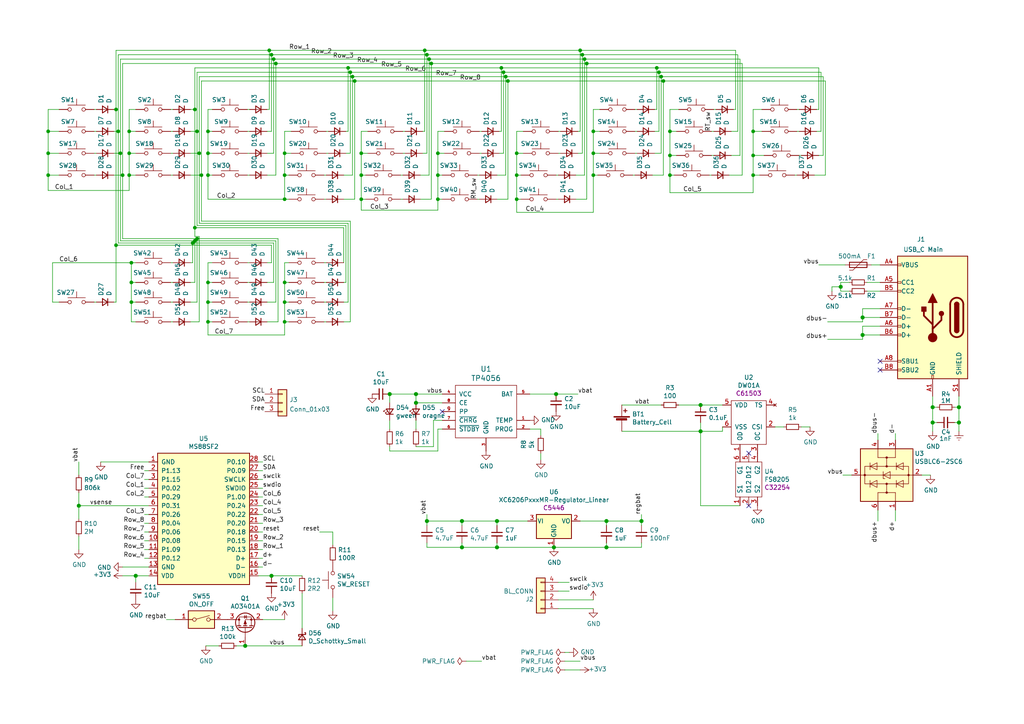
<source format=kicad_sch>
(kicad_sch (version 20210621) (generator eeschema)
  (paper "A4")
  (title_block (title "3W6Uni") (date "2021-03-18") (rev "v1.0") (comment 1 "Licensed under CERN-OHL-P v2") (comment 2 "(c) weteor") (comment 3 "2021"))
  (junction (at 13.97 38.1))
  (junction (at 13.97 44.45))
  (junction (at 13.97 50.8))
  (junction (at 22.86 146.685) (diameter 1.016))
  (junction (at 33.655 31.75))
  (junction (at 33.655 71.12))
  (junction (at 34.29 38.1))
  (junction (at 34.925 44.45))
  (junction (at 35.56 50.8))
  (junction (at 37.465 38.1))
  (junction (at 37.465 44.45))
  (junction (at 37.465 50.8))
  (junction (at 38.1 76.2))
  (junction (at 38.1 81.915))
  (junction (at 38.1 87.63))
  (junction (at 39.37 167.005) (diameter 1.016))
  (junction (at 55.88 70.485))
  (junction (at 56.515 31.75))
  (junction (at 56.515 66.04))
  (junction (at 56.515 69.85))
  (junction (at 57.15 38.1))
  (junction (at 57.15 69.215))
  (junction (at 57.785 44.45))
  (junction (at 58.42 50.8))
  (junction (at 60.325 38.1))
  (junction (at 60.325 44.45))
  (junction (at 60.325 50.8))
  (junction (at 60.325 81.915))
  (junction (at 60.325 87.63))
  (junction (at 60.325 93.345))
  (junction (at 71.12 187.325) (diameter 1.016))
  (junction (at 78.105 14.605))
  (junction (at 78.74 15.875))
  (junction (at 78.74 167.005) (diameter 1.016))
  (junction (at 79.375 17.145))
  (junction (at 80.01 18.415))
  (junction (at 82.55 44.45))
  (junction (at 82.55 50.8))
  (junction (at 82.55 57.785))
  (junction (at 82.55 81.915))
  (junction (at 82.55 87.63))
  (junction (at 82.55 93.345))
  (junction (at 100.965 19.685))
  (junction (at 101.6 20.955))
  (junction (at 102.235 22.225))
  (junction (at 102.87 23.495))
  (junction (at 104.775 44.45))
  (junction (at 104.775 50.8))
  (junction (at 104.775 57.785))
  (junction (at 113.03 114.3) (diameter 1.016))
  (junction (at 120.65 114.3) (diameter 1.016))
  (junction (at 120.65 116.84) (diameter 1.016))
  (junction (at 123.19 14.605))
  (junction (at 123.825 15.875))
  (junction (at 123.825 151.13) (diameter 1.016))
  (junction (at 124.46 17.145))
  (junction (at 125.095 18.415))
  (junction (at 127 44.45))
  (junction (at 127 50.8))
  (junction (at 127 57.785))
  (junction (at 133.985 151.13) (diameter 1.016))
  (junction (at 133.985 158.75) (diameter 1.016))
  (junction (at 144.145 151.13) (diameter 1.016))
  (junction (at 144.145 158.75) (diameter 1.016))
  (junction (at 145.415 19.685))
  (junction (at 146.05 20.955))
  (junction (at 146.685 22.225))
  (junction (at 147.32 23.495))
  (junction (at 149.86 44.45))
  (junction (at 149.86 50.8))
  (junction (at 149.86 57.785))
  (junction (at 160.655 158.75) (diameter 1.016))
  (junction (at 161.29 114.3) (diameter 1.016))
  (junction (at 168.275 14.605))
  (junction (at 168.91 15.875))
  (junction (at 169.545 17.145))
  (junction (at 170.18 18.415))
  (junction (at 172.085 38.1))
  (junction (at 172.085 44.45))
  (junction (at 172.085 50.8))
  (junction (at 175.895 151.13) (diameter 1.016))
  (junction (at 175.895 158.75) (diameter 1.016))
  (junction (at 186.055 151.13) (diameter 1.016))
  (junction (at 190.5 19.685))
  (junction (at 191.135 20.955))
  (junction (at 191.77 22.225))
  (junction (at 192.405 23.495))
  (junction (at 194.31 38.1))
  (junction (at 194.31 45.085))
  (junction (at 194.31 50.8))
  (junction (at 203.2 117.475) (diameter 1.016))
  (junction (at 203.2 125.095) (diameter 1.016))
  (junction (at 218.44 38.1))
  (junction (at 218.44 45.085))
  (junction (at 218.44 50.8))
  (junction (at 243.84 83.185) (diameter 1.016))
  (junction (at 250.19 92.075) (diameter 1.016))
  (junction (at 250.19 97.155) (diameter 1.016))
  (junction (at 270.51 118.11) (diameter 1.016))
  (junction (at 270.51 122.555) (diameter 1.016))
  (junction (at 278.13 118.11) (diameter 1.016))
  (junction (at 278.13 122.555) (diameter 1.016))
  (no_connect (at 128.27 119.38))
  (no_connect (at 217.17 131.445))
  (no_connect (at 217.17 146.685))
  (no_connect (at 255.27 104.775))
  (no_connect (at 255.27 107.315))
  (wire (pts (xy 13.97 31.75) (xy 13.97 38.1)))
  (wire (pts (xy 13.97 38.1) (xy 13.97 44.45)))
  (wire (pts (xy 13.97 38.1) (xy 17.145 38.1)))
  (wire (pts (xy 13.97 44.45) (xy 13.97 50.8)))
  (wire (pts (xy 13.97 44.45) (xy 17.145 44.45)))
  (wire (pts (xy 13.97 50.8) (xy 13.97 55.245)))
  (wire (pts (xy 13.97 50.8) (xy 17.145 50.8)))
  (wire (pts (xy 13.97 55.245) (xy 37.465 55.245)))
  (wire (pts (xy 15.24 76.2) (xy 15.24 87.63)))
  (wire (pts (xy 15.24 87.63) (xy 17.145 87.63)))
  (wire (pts (xy 17.145 31.75) (xy 13.97 31.75)))
  (wire (pts (xy 22.86 133.985) (xy 22.86 137.795)))
  (wire (pts (xy 22.86 142.875) (xy 22.86 146.685)))
  (wire (pts (xy 22.86 146.685) (xy 43.18 146.685)))
  (wire (pts (xy 22.86 150.495) (xy 22.86 146.685)))
  (wire (pts (xy 22.86 159.385) (xy 22.86 155.575)))
  (wire (pts (xy 27.305 31.75) (xy 27.94 31.75)))
  (wire (pts (xy 27.305 38.1) (xy 27.94 38.1)))
  (wire (pts (xy 27.305 44.45) (xy 27.94 44.45)))
  (wire (pts (xy 27.305 50.8) (xy 27.94 50.8)))
  (wire (pts (xy 27.305 87.63) (xy 27.94 87.63)))
  (wire (pts (xy 29.21 133.985) (xy 43.18 133.985)))
  (wire (pts (xy 33.02 38.1) (xy 34.29 38.1)))
  (wire (pts (xy 33.02 44.45) (xy 34.925 44.45)))
  (wire (pts (xy 33.02 50.8) (xy 35.56 50.8)))
  (wire (pts (xy 33.655 14.605) (xy 78.105 14.605)))
  (wire (pts (xy 33.655 31.75) (xy 33.02 31.75)))
  (wire (pts (xy 33.655 31.75) (xy 33.655 14.605)))
  (wire (pts (xy 33.655 31.75) (xy 33.655 71.12)))
  (wire (pts (xy 33.655 71.12) (xy 33.655 87.63)))
  (wire (pts (xy 33.655 71.12) (xy 78.74 71.12)))
  (wire (pts (xy 33.655 87.63) (xy 33.02 87.63)))
  (wire (pts (xy 34.29 15.875) (xy 78.74 15.875)))
  (wire (pts (xy 34.29 38.1) (xy 34.29 15.875)))
  (wire (pts (xy 34.29 38.1) (xy 34.29 70.485)))
  (wire (pts (xy 34.29 70.485) (xy 55.88 70.485)))
  (wire (pts (xy 34.925 17.145) (xy 79.375 17.145)))
  (wire (pts (xy 34.925 44.45) (xy 34.925 17.145)))
  (wire (pts (xy 34.925 44.45) (xy 34.925 69.85)))
  (wire (pts (xy 34.925 69.85) (xy 56.515 69.85)))
  (wire (pts (xy 35.56 18.415) (xy 80.01 18.415)))
  (wire (pts (xy 35.56 50.8) (xy 35.56 18.415)))
  (wire (pts (xy 35.56 69.215) (xy 35.56 50.8)))
  (wire (pts (xy 35.56 164.465) (xy 43.18 164.465)))
  (wire (pts (xy 35.56 167.005) (xy 39.37 167.005)))
  (wire (pts (xy 37.465 31.75) (xy 37.465 38.1)))
  (wire (pts (xy 37.465 38.1) (xy 37.465 44.45)))
  (wire (pts (xy 37.465 38.1) (xy 39.37 38.1)))
  (wire (pts (xy 37.465 44.45) (xy 37.465 50.8)))
  (wire (pts (xy 37.465 44.45) (xy 39.37 44.45)))
  (wire (pts (xy 37.465 50.8) (xy 39.37 50.8)))
  (wire (pts (xy 37.465 55.245) (xy 37.465 50.8)))
  (wire (pts (xy 38.1 76.2) (xy 15.24 76.2)))
  (wire (pts (xy 38.1 76.2) (xy 39.37 76.2)))
  (wire (pts (xy 38.1 81.915) (xy 38.1 76.2)))
  (wire (pts (xy 38.1 81.915) (xy 39.37 81.915)))
  (wire (pts (xy 38.1 87.63) (xy 38.1 81.915)))
  (wire (pts (xy 38.1 87.63) (xy 39.37 87.63)))
  (wire (pts (xy 38.1 93.345) (xy 38.1 87.63)))
  (wire (pts (xy 39.37 31.75) (xy 37.465 31.75)))
  (wire (pts (xy 39.37 93.345) (xy 38.1 93.345)))
  (wire (pts (xy 39.37 167.005) (xy 43.18 167.005)))
  (wire (pts (xy 39.37 168.91) (xy 39.37 167.005)))
  (wire (pts (xy 41.91 136.525) (xy 43.18 136.525)))
  (wire (pts (xy 41.91 139.065) (xy 43.18 139.065)))
  (wire (pts (xy 41.91 141.605) (xy 43.18 141.605)))
  (wire (pts (xy 41.91 144.145) (xy 43.18 144.145)))
  (wire (pts (xy 41.91 149.225) (xy 43.18 149.225)))
  (wire (pts (xy 41.91 151.765) (xy 43.18 151.765)))
  (wire (pts (xy 41.91 154.305) (xy 43.18 154.305)))
  (wire (pts (xy 41.91 156.845) (xy 43.18 156.845)))
  (wire (pts (xy 41.91 159.385) (xy 43.18 159.385)))
  (wire (pts (xy 41.91 161.925) (xy 43.18 161.925)))
  (wire (pts (xy 48.26 179.705) (xy 50.8 179.705)))
  (wire (pts (xy 49.53 31.75) (xy 50.165 31.75)))
  (wire (pts (xy 49.53 38.1) (xy 50.165 38.1)))
  (wire (pts (xy 49.53 44.45) (xy 50.165 44.45)))
  (wire (pts (xy 49.53 50.8) (xy 50.165 50.8)))
  (wire (pts (xy 49.53 76.2) (xy 50.165 76.2)))
  (wire (pts (xy 49.53 81.915) (xy 50.165 81.915)))
  (wire (pts (xy 49.53 87.63) (xy 50.165 87.63)))
  (wire (pts (xy 49.53 93.345) (xy 50.165 93.345)))
  (wire (pts (xy 55.245 31.75) (xy 56.515 31.75)))
  (wire (pts (xy 55.245 44.45) (xy 57.785 44.45)))
  (wire (pts (xy 55.245 87.63) (xy 57.15 87.63)))
  (wire (pts (xy 55.245 93.345) (xy 57.785 93.345)))
  (wire (pts (xy 55.88 70.485) (xy 55.88 76.2)))
  (wire (pts (xy 55.88 76.2) (xy 55.245 76.2)))
  (wire (pts (xy 56.515 19.685) (xy 100.965 19.685)))
  (wire (pts (xy 56.515 31.75) (xy 56.515 19.685)))
  (wire (pts (xy 56.515 66.04) (xy 56.515 31.75)))
  (wire (pts (xy 56.515 68.58) (xy 56.515 66.04)))
  (wire (pts (xy 56.515 69.85) (xy 56.515 81.915)))
  (wire (pts (xy 56.515 81.915) (xy 55.245 81.915)))
  (wire (pts (xy 57.15 20.955) (xy 57.15 38.1)))
  (wire (pts (xy 57.15 38.1) (xy 55.245 38.1)))
  (wire (pts (xy 57.15 65.405) (xy 57.15 38.1)))
  (wire (pts (xy 57.15 69.215) (xy 35.56 69.215)))
  (wire (pts (xy 57.15 87.63) (xy 57.15 69.215)))
  (wire (pts (xy 57.785 22.225) (xy 102.235 22.225)))
  (wire (pts (xy 57.785 44.45) (xy 57.785 22.225)))
  (wire (pts (xy 57.785 64.77) (xy 57.785 44.45)))
  (wire (pts (xy 57.785 68.58) (xy 56.515 68.58)))
  (wire (pts (xy 57.785 93.345) (xy 57.785 68.58)))
  (wire (pts (xy 58.42 23.495) (xy 58.42 50.8)))
  (wire (pts (xy 58.42 50.8) (xy 55.245 50.8)))
  (wire (pts (xy 58.42 64.135) (xy 58.42 50.8)))
  (wire (pts (xy 59.69 187.325) (xy 63.5 187.325)))
  (wire (pts (xy 60.325 31.75) (xy 60.325 38.1)))
  (wire (pts (xy 60.325 38.1) (xy 60.325 44.45)))
  (wire (pts (xy 60.325 38.1) (xy 61.595 38.1)))
  (wire (pts (xy 60.325 44.45) (xy 60.325 50.8)))
  (wire (pts (xy 60.325 44.45) (xy 61.595 44.45)))
  (wire (pts (xy 60.325 50.8) (xy 61.595 50.8)))
  (wire (pts (xy 60.325 57.785) (xy 60.325 50.8)))
  (wire (pts (xy 60.325 76.2) (xy 60.325 81.915)))
  (wire (pts (xy 60.325 81.915) (xy 60.325 87.63)))
  (wire (pts (xy 60.325 81.915) (xy 61.595 81.915)))
  (wire (pts (xy 60.325 87.63) (xy 60.325 93.345)))
  (wire (pts (xy 60.325 87.63) (xy 61.595 87.63)))
  (wire (pts (xy 60.325 93.345) (xy 60.325 97.155)))
  (wire (pts (xy 60.325 93.345) (xy 61.595 93.345)))
  (wire (pts (xy 61.595 31.75) (xy 60.325 31.75)))
  (wire (pts (xy 61.595 76.2) (xy 60.325 76.2)))
  (wire (pts (xy 68.58 187.325) (xy 71.12 187.325)))
  (wire (pts (xy 71.12 187.325) (xy 87.63 187.325)))
  (wire (pts (xy 71.755 38.1) (xy 72.39 38.1)))
  (wire (pts (xy 71.755 44.45) (xy 72.39 44.45)))
  (wire (pts (xy 71.755 50.8) (xy 72.39 50.8)))
  (wire (pts (xy 71.755 76.2) (xy 72.39 76.2)))
  (wire (pts (xy 71.755 81.915) (xy 72.39 81.915)))
  (wire (pts (xy 71.755 87.63) (xy 72.39 87.63)))
  (wire (pts (xy 71.755 93.345) (xy 72.39 93.345)))
  (wire (pts (xy 72.39 31.75) (xy 71.755 31.75)))
  (wire (pts (xy 74.93 133.985) (xy 76.2 133.985)))
  (wire (pts (xy 74.93 136.525) (xy 76.2 136.525)))
  (wire (pts (xy 74.93 139.065) (xy 76.2 139.065)))
  (wire (pts (xy 74.93 141.605) (xy 76.2 141.605)))
  (wire (pts (xy 74.93 144.145) (xy 76.2 144.145)))
  (wire (pts (xy 74.93 146.685) (xy 76.2 146.685)))
  (wire (pts (xy 74.93 149.225) (xy 76.2 149.225)))
  (wire (pts (xy 74.93 151.765) (xy 76.2 151.765)))
  (wire (pts (xy 74.93 154.305) (xy 76.2 154.305)))
  (wire (pts (xy 74.93 156.845) (xy 76.2 156.845)))
  (wire (pts (xy 74.93 159.385) (xy 76.2 159.385)))
  (wire (pts (xy 74.93 161.925) (xy 76.2 161.925)))
  (wire (pts (xy 74.93 164.465) (xy 76.2 164.465)))
  (wire (pts (xy 74.93 167.005) (xy 78.74 167.005)))
  (wire (pts (xy 76.2 179.705) (xy 82.55 179.705)))
  (wire (pts (xy 77.47 81.915) (xy 79.375 81.915)))
  (wire (pts (xy 77.47 87.63) (xy 80.01 87.63)))
  (wire (pts (xy 77.47 93.345) (xy 80.645 93.345)))
  (wire (pts (xy 78.105 14.605) (xy 78.105 31.75)))
  (wire (pts (xy 78.105 14.605) (xy 123.19 14.605)))
  (wire (pts (xy 78.105 31.75) (xy 77.47 31.75)))
  (wire (pts (xy 78.74 15.875) (xy 78.74 38.1)))
  (wire (pts (xy 78.74 15.875) (xy 123.825 15.875)))
  (wire (pts (xy 78.74 38.1) (xy 77.47 38.1)))
  (wire (pts (xy 78.74 71.12) (xy 78.74 76.2)))
  (wire (pts (xy 78.74 76.2) (xy 77.47 76.2)))
  (wire (pts (xy 78.74 167.005) (xy 87.63 167.005)))
  (wire (pts (xy 79.375 17.145) (xy 79.375 44.45)))
  (wire (pts (xy 79.375 17.145) (xy 124.46 17.145)))
  (wire (pts (xy 79.375 44.45) (xy 77.47 44.45)))
  (wire (pts (xy 79.375 70.485) (xy 55.88 70.485)))
  (wire (pts (xy 79.375 81.915) (xy 79.375 70.485)))
  (wire (pts (xy 80.01 18.415) (xy 80.01 50.8)))
  (wire (pts (xy 80.01 18.415) (xy 125.095 18.415)))
  (wire (pts (xy 80.01 50.8) (xy 77.47 50.8)))
  (wire (pts (xy 80.01 69.85) (xy 56.515 69.85)))
  (wire (pts (xy 80.01 87.63) (xy 80.01 69.85)))
  (wire (pts (xy 80.645 69.215) (xy 57.15 69.215)))
  (wire (pts (xy 80.645 93.345) (xy 80.645 69.215)))
  (wire (pts (xy 82.55 38.1) (xy 82.55 44.45)))
  (wire (pts (xy 82.55 44.45) (xy 82.55 50.8)))
  (wire (pts (xy 82.55 44.45) (xy 84.455 44.45)))
  (wire (pts (xy 82.55 50.8) (xy 82.55 57.785)))
  (wire (pts (xy 82.55 50.8) (xy 83.82 50.8)))
  (wire (pts (xy 82.55 57.785) (xy 60.325 57.785)))
  (wire (pts (xy 82.55 57.785) (xy 83.82 57.785)))
  (wire (pts (xy 82.55 76.2) (xy 82.55 81.915)))
  (wire (pts (xy 82.55 81.915) (xy 82.55 87.63)))
  (wire (pts (xy 82.55 81.915) (xy 83.82 81.915)))
  (wire (pts (xy 82.55 87.63) (xy 82.55 93.345)))
  (wire (pts (xy 82.55 87.63) (xy 83.82 87.63)))
  (wire (pts (xy 82.55 93.345) (xy 82.55 97.155)))
  (wire (pts (xy 82.55 93.345) (xy 83.82 93.345)))
  (wire (pts (xy 82.55 97.155) (xy 60.325 97.155)))
  (wire (pts (xy 83.82 76.2) (xy 82.55 76.2)))
  (wire (pts (xy 84.455 38.1) (xy 82.55 38.1)))
  (wire (pts (xy 87.63 172.085) (xy 87.63 182.245)))
  (wire (pts (xy 92.71 154.305) (xy 96.52 154.305)))
  (wire (pts (xy 93.98 57.785) (xy 94.615 57.785)))
  (wire (pts (xy 93.98 76.2) (xy 94.615 76.2)))
  (wire (pts (xy 93.98 81.915) (xy 94.615 81.915)))
  (wire (pts (xy 93.98 87.63) (xy 94.615 87.63)))
  (wire (pts (xy 93.98 93.345) (xy 94.615 93.345)))
  (wire (pts (xy 94.615 44.45) (xy 95.25 44.45)))
  (wire (pts (xy 94.615 50.8) (xy 93.98 50.8)))
  (wire (pts (xy 95.25 38.1) (xy 94.615 38.1)))
  (wire (pts (xy 96.52 154.305) (xy 96.52 158.115)))
  (wire (pts (xy 96.52 173.355) (xy 96.52 177.165)))
  (wire (pts (xy 99.695 66.04) (xy 56.515 66.04)))
  (wire (pts (xy 99.695 76.2) (xy 99.695 66.04)))
  (wire (pts (xy 99.695 81.915) (xy 100.33 81.915)))
  (wire (pts (xy 99.695 87.63) (xy 100.965 87.63)))
  (wire (pts (xy 99.695 93.345) (xy 101.6 93.345)))
  (wire (pts (xy 100.33 65.405) (xy 57.15 65.405)))
  (wire (pts (xy 100.33 81.915) (xy 100.33 65.405)))
  (wire (pts (xy 100.965 19.685) (xy 100.965 38.1)))
  (wire (pts (xy 100.965 19.685) (xy 145.415 19.685)))
  (wire (pts (xy 100.965 38.1) (xy 100.33 38.1)))
  (wire (pts (xy 100.965 64.77) (xy 57.785 64.77)))
  (wire (pts (xy 100.965 87.63) (xy 100.965 64.77)))
  (wire (pts (xy 101.6 20.955) (xy 57.15 20.955)))
  (wire (pts (xy 101.6 20.955) (xy 101.6 44.45)))
  (wire (pts (xy 101.6 44.45) (xy 100.33 44.45)))
  (wire (pts (xy 101.6 64.135) (xy 58.42 64.135)))
  (wire (pts (xy 101.6 93.345) (xy 101.6 64.135)))
  (wire (pts (xy 102.235 22.225) (xy 102.235 50.8)))
  (wire (pts (xy 102.235 22.225) (xy 146.685 22.225)))
  (wire (pts (xy 102.235 50.8) (xy 99.695 50.8)))
  (wire (pts (xy 102.87 23.495) (xy 58.42 23.495)))
  (wire (pts (xy 102.87 23.495) (xy 102.87 57.785)))
  (wire (pts (xy 102.87 57.785) (xy 99.695 57.785)))
  (wire (pts (xy 104.775 38.1) (xy 104.775 44.45)))
  (wire (pts (xy 104.775 44.45) (xy 104.775 50.8)))
  (wire (pts (xy 104.775 44.45) (xy 106.68 44.45)))
  (wire (pts (xy 104.775 50.8) (xy 104.775 57.785)))
  (wire (pts (xy 104.775 50.8) (xy 106.045 50.8)))
  (wire (pts (xy 104.775 57.785) (xy 104.775 60.96)))
  (wire (pts (xy 104.775 57.785) (xy 106.045 57.785)))
  (wire (pts (xy 104.775 60.96) (xy 127 60.96)))
  (wire (pts (xy 106.68 38.1) (xy 104.775 38.1)))
  (wire (pts (xy 113.03 114.3) (xy 113.03 116.84)))
  (wire (pts (xy 113.03 114.3) (xy 120.65 114.3)))
  (wire (pts (xy 113.03 121.92) (xy 113.03 124.46)))
  (wire (pts (xy 113.03 129.54) (xy 113.03 130.81)))
  (wire (pts (xy 113.03 130.81) (xy 127 130.81)))
  (wire (pts (xy 116.205 57.785) (xy 116.84 57.785)))
  (wire (pts (xy 116.84 50.8) (xy 116.205 50.8)))
  (wire (pts (xy 117.475 38.1) (xy 116.84 38.1)))
  (wire (pts (xy 117.475 44.45) (xy 116.84 44.45)))
  (wire (pts (xy 120.65 114.3) (xy 120.65 116.84)))
  (wire (pts (xy 120.65 114.3) (xy 128.27 114.3)))
  (wire (pts (xy 120.65 121.92) (xy 120.65 124.46)))
  (wire (pts (xy 120.65 129.54) (xy 125.73 129.54)))
  (wire (pts (xy 123.19 14.605) (xy 123.19 38.1)))
  (wire (pts (xy 123.19 14.605) (xy 168.275 14.605)))
  (wire (pts (xy 123.19 38.1) (xy 122.555 38.1)))
  (wire (pts (xy 123.825 15.875) (xy 123.825 44.45)))
  (wire (pts (xy 123.825 15.875) (xy 168.91 15.875)))
  (wire (pts (xy 123.825 44.45) (xy 122.555 44.45)))
  (wire (pts (xy 123.825 149.225) (xy 123.825 151.13)))
  (wire (pts (xy 123.825 151.13) (xy 123.825 152.4)))
  (wire (pts (xy 123.825 157.48) (xy 123.825 158.75)))
  (wire (pts (xy 123.825 158.75) (xy 133.985 158.75)))
  (wire (pts (xy 124.46 17.145) (xy 124.46 50.8)))
  (wire (pts (xy 124.46 17.145) (xy 169.545 17.145)))
  (wire (pts (xy 124.46 50.8) (xy 121.92 50.8)))
  (wire (pts (xy 125.095 18.415) (xy 125.095 57.785)))
  (wire (pts (xy 125.095 18.415) (xy 170.18 18.415)))
  (wire (pts (xy 125.095 57.785) (xy 121.92 57.785)))
  (wire (pts (xy 125.73 121.92) (xy 128.27 121.92)))
  (wire (pts (xy 125.73 129.54) (xy 125.73 121.92)))
  (wire (pts (xy 127 38.1) (xy 127 44.45)))
  (wire (pts (xy 127 44.45) (xy 127 50.8)))
  (wire (pts (xy 127 44.45) (xy 128.905 44.45)))
  (wire (pts (xy 127 50.8) (xy 127 57.785)))
  (wire (pts (xy 127 50.8) (xy 128.27 50.8)))
  (wire (pts (xy 127 57.785) (xy 128.27 57.785)))
  (wire (pts (xy 127 60.96) (xy 127 57.785)))
  (wire (pts (xy 127 124.46) (xy 128.27 124.46)))
  (wire (pts (xy 127 130.81) (xy 127 124.46)))
  (wire (pts (xy 128.27 116.84) (xy 120.65 116.84)))
  (wire (pts (xy 128.905 38.1) (xy 127 38.1)))
  (wire (pts (xy 133.985 151.13) (xy 123.825 151.13)))
  (wire (pts (xy 133.985 151.13) (xy 144.145 151.13)))
  (wire (pts (xy 133.985 152.4) (xy 133.985 151.13)))
  (wire (pts (xy 133.985 157.48) (xy 133.985 158.75)))
  (wire (pts (xy 133.985 158.75) (xy 144.145 158.75)))
  (wire (pts (xy 135.255 191.77) (xy 139.7 191.77)))
  (wire (pts (xy 138.43 50.8) (xy 139.065 50.8)))
  (wire (pts (xy 138.43 57.785) (xy 139.065 57.785)))
  (wire (pts (xy 139.065 38.1) (xy 139.7 38.1)))
  (wire (pts (xy 139.065 44.45) (xy 139.7 44.45)))
  (wire (pts (xy 144.145 151.13) (xy 153.035 151.13)))
  (wire (pts (xy 144.145 152.4) (xy 144.145 151.13)))
  (wire (pts (xy 144.145 157.48) (xy 144.145 158.75)))
  (wire (pts (xy 144.145 158.75) (xy 160.655 158.75)))
  (wire (pts (xy 145.415 19.685) (xy 145.415 38.1)))
  (wire (pts (xy 145.415 19.685) (xy 190.5 19.685)))
  (wire (pts (xy 145.415 38.1) (xy 144.78 38.1)))
  (wire (pts (xy 146.05 20.955) (xy 101.6 20.955)))
  (wire (pts (xy 146.05 20.955) (xy 146.05 44.45)))
  (wire (pts (xy 146.05 44.45) (xy 144.78 44.45)))
  (wire (pts (xy 146.685 22.225) (xy 146.685 50.8)))
  (wire (pts (xy 146.685 22.225) (xy 191.77 22.225)))
  (wire (pts (xy 146.685 50.8) (xy 144.145 50.8)))
  (wire (pts (xy 147.32 23.495) (xy 102.87 23.495)))
  (wire (pts (xy 147.32 23.495) (xy 147.32 57.785)))
  (wire (pts (xy 147.32 57.785) (xy 144.145 57.785)))
  (wire (pts (xy 149.86 38.1) (xy 149.86 44.45)))
  (wire (pts (xy 149.86 44.45) (xy 149.86 50.8)))
  (wire (pts (xy 149.86 44.45) (xy 151.765 44.45)))
  (wire (pts (xy 149.86 50.8) (xy 149.86 57.785)))
  (wire (pts (xy 149.86 50.8) (xy 151.13 50.8)))
  (wire (pts (xy 149.86 57.785) (xy 149.86 61.595)))
  (wire (pts (xy 149.86 57.785) (xy 151.13 57.785)))
  (wire (pts (xy 149.86 61.595) (xy 172.085 61.595)))
  (wire (pts (xy 151.765 38.1) (xy 149.86 38.1)))
  (wire (pts (xy 153.67 114.3) (xy 161.29 114.3)))
  (wire (pts (xy 153.67 124.46) (xy 156.845 124.46)))
  (wire (pts (xy 156.845 124.46) (xy 156.845 126.365)))
  (wire (pts (xy 156.845 131.445) (xy 156.845 133.35)))
  (wire (pts (xy 161.29 50.8) (xy 161.925 50.8)))
  (wire (pts (xy 161.29 57.785) (xy 161.925 57.785)))
  (wire (pts (xy 161.29 114.3) (xy 167.64 114.3)))
  (wire (pts (xy 161.925 38.1) (xy 162.56 38.1)))
  (wire (pts (xy 161.925 44.45) (xy 162.56 44.45)))
  (wire (pts (xy 161.925 168.91) (xy 165.1 168.91)))
  (wire (pts (xy 161.925 171.45) (xy 165.1 171.45)))
  (wire (pts (xy 161.925 173.99) (xy 172.085 173.99)))
  (wire (pts (xy 161.925 176.53) (xy 172.085 176.53)))
  (wire (pts (xy 163.83 189.23) (xy 165.1 189.23)))
  (wire (pts (xy 163.83 191.77) (xy 168.275 191.77)))
  (wire (pts (xy 163.83 194.31) (xy 168.275 194.31)))
  (wire (pts (xy 168.275 14.605) (xy 168.275 38.1)))
  (wire (pts (xy 168.275 14.605) (xy 213.36 14.605)))
  (wire (pts (xy 168.275 38.1) (xy 167.64 38.1)))
  (wire (pts (xy 168.275 151.13) (xy 175.895 151.13)))
  (wire (pts (xy 168.91 15.875) (xy 168.91 44.45)))
  (wire (pts (xy 168.91 15.875) (xy 213.995 15.875)))
  (wire (pts (xy 168.91 44.45) (xy 167.64 44.45)))
  (wire (pts (xy 169.545 17.145) (xy 169.545 50.8)))
  (wire (pts (xy 169.545 17.145) (xy 214.63 17.145)))
  (wire (pts (xy 169.545 50.8) (xy 167.005 50.8)))
  (wire (pts (xy 170.18 18.415) (xy 170.18 57.785)))
  (wire (pts (xy 170.18 18.415) (xy 215.265 18.415)))
  (wire (pts (xy 170.18 57.785) (xy 167.005 57.785)))
  (wire (pts (xy 172.085 31.75) (xy 173.99 31.75)))
  (wire (pts (xy 172.085 38.1) (xy 172.085 31.75)))
  (wire (pts (xy 172.085 38.1) (xy 173.99 38.1)))
  (wire (pts (xy 172.085 44.45) (xy 172.085 38.1)))
  (wire (pts (xy 172.085 44.45) (xy 173.99 44.45)))
  (wire (pts (xy 172.085 50.8) (xy 172.085 44.45)))
  (wire (pts (xy 172.085 50.8) (xy 173.355 50.8)))
  (wire (pts (xy 172.085 61.595) (xy 172.085 50.8)))
  (wire (pts (xy 175.895 151.13) (xy 186.055 151.13)))
  (wire (pts (xy 175.895 152.4) (xy 175.895 151.13)))
  (wire (pts (xy 175.895 157.48) (xy 175.895 158.75)))
  (wire (pts (xy 175.895 158.75) (xy 160.655 158.75)))
  (wire (pts (xy 175.895 158.75) (xy 186.055 158.75)))
  (wire (pts (xy 180.34 117.475) (xy 191.77 117.475)))
  (wire (pts (xy 180.34 125.095) (xy 203.2 125.095)))
  (wire (pts (xy 184.15 31.75) (xy 184.785 31.75)))
  (wire (pts (xy 184.15 44.45) (xy 184.785 44.45)))
  (wire (pts (xy 184.15 50.8) (xy 183.515 50.8)))
  (wire (pts (xy 184.785 38.1) (xy 184.15 38.1)))
  (wire (pts (xy 186.055 149.225) (xy 186.055 151.13)))
  (wire (pts (xy 186.055 151.13) (xy 186.055 152.4)))
  (wire (pts (xy 186.055 158.75) (xy 186.055 157.48)))
  (wire (pts (xy 190.5 19.685) (xy 190.5 31.75)))
  (wire (pts (xy 190.5 19.685) (xy 237.49 19.685)))
  (wire (pts (xy 190.5 31.75) (xy 189.865 31.75)))
  (wire (pts (xy 191.135 20.955) (xy 146.05 20.955)))
  (wire (pts (xy 191.135 20.955) (xy 191.135 38.1)))
  (wire (pts (xy 191.135 38.1) (xy 189.865 38.1)))
  (wire (pts (xy 191.77 22.225) (xy 191.77 44.45)))
  (wire (pts (xy 191.77 22.225) (xy 238.76 22.225)))
  (wire (pts (xy 191.77 44.45) (xy 189.865 44.45)))
  (wire (pts (xy 192.405 23.495) (xy 147.32 23.495)))
  (wire (pts (xy 192.405 23.495) (xy 192.405 50.8)))
  (wire (pts (xy 192.405 50.8) (xy 189.23 50.8)))
  (wire (pts (xy 194.31 31.75) (xy 194.31 38.1)))
  (wire (pts (xy 194.31 38.1) (xy 194.31 45.085)))
  (wire (pts (xy 194.31 38.1) (xy 196.215 38.1)))
  (wire (pts (xy 194.31 45.085) (xy 194.31 50.8)))
  (wire (pts (xy 194.31 45.085) (xy 196.215 45.085)))
  (wire (pts (xy 194.31 50.8) (xy 195.58 50.8)))
  (wire (pts (xy 194.31 55.88) (xy 194.31 50.8)))
  (wire (pts (xy 194.31 55.88) (xy 218.44 55.88)))
  (wire (pts (xy 196.85 31.75) (xy 194.31 31.75)))
  (wire (pts (xy 196.85 117.475) (xy 203.2 117.475)))
  (wire (pts (xy 203.2 117.475) (xy 209.55 117.475)))
  (wire (pts (xy 203.2 122.555) (xy 203.2 125.095)))
  (wire (pts (xy 203.2 125.095) (xy 203.2 146.685)))
  (wire (pts (xy 203.2 125.095) (xy 209.55 125.095)))
  (wire (pts (xy 203.2 146.685) (xy 214.63 146.685)))
  (wire (pts (xy 206.375 50.8) (xy 205.74 50.8)))
  (wire (pts (xy 207.01 38.1) (xy 206.375 38.1)))
  (wire (pts (xy 207.01 45.085) (xy 206.375 45.085)))
  (wire (pts (xy 207.645 31.75) (xy 207.01 31.75)))
  (wire (pts (xy 209.55 125.095) (xy 209.55 123.825)))
  (wire (pts (xy 213.36 14.605) (xy 213.36 31.75)))
  (wire (pts (xy 213.36 31.75) (xy 212.725 31.75)))
  (wire (pts (xy 213.995 15.875) (xy 213.995 38.1)))
  (wire (pts (xy 213.995 38.1) (xy 212.09 38.1)))
  (wire (pts (xy 214.63 17.145) (xy 214.63 45.085)))
  (wire (pts (xy 214.63 45.085) (xy 212.09 45.085)))
  (wire (pts (xy 215.265 18.415) (xy 215.265 50.8)))
  (wire (pts (xy 215.265 50.8) (xy 211.455 50.8)))
  (wire (pts (xy 218.44 31.75) (xy 220.98 31.75)))
  (wire (pts (xy 218.44 38.1) (xy 218.44 31.75)))
  (wire (pts (xy 218.44 38.1) (xy 220.98 38.1)))
  (wire (pts (xy 218.44 45.085) (xy 218.44 38.1)))
  (wire (pts (xy 218.44 45.085) (xy 221.615 45.085)))
  (wire (pts (xy 218.44 50.8) (xy 218.44 45.085)))
  (wire (pts (xy 218.44 50.8) (xy 220.345 50.8)))
  (wire (pts (xy 218.44 55.88) (xy 218.44 50.8)))
  (wire (pts (xy 224.79 123.825) (xy 227.33 123.825)))
  (wire (pts (xy 230.505 50.8) (xy 231.14 50.8)))
  (wire (pts (xy 231.14 38.1) (xy 231.775 38.1)))
  (wire (pts (xy 231.775 31.75) (xy 231.14 31.75)))
  (wire (pts (xy 231.775 45.085) (xy 232.41 45.085)))
  (wire (pts (xy 232.41 123.825) (xy 234.95 123.825)))
  (wire (pts (xy 236.22 50.8) (xy 239.395 50.8)))
  (wire (pts (xy 236.855 38.1) (xy 238.125 38.1)))
  (wire (pts (xy 237.49 19.685) (xy 237.49 31.75)))
  (wire (pts (xy 237.49 31.75) (xy 236.855 31.75)))
  (wire (pts (xy 238.125 20.955) (xy 191.135 20.955)))
  (wire (pts (xy 238.125 38.1) (xy 238.125 20.955)))
  (wire (pts (xy 238.76 22.225) (xy 238.76 45.085)))
  (wire (pts (xy 238.76 45.085) (xy 237.49 45.085)))
  (wire (pts (xy 239.395 23.495) (xy 192.405 23.495)))
  (wire (pts (xy 239.395 50.8) (xy 239.395 23.495)))
  (wire (pts (xy 240.03 93.345) (xy 250.19 93.345)))
  (wire (pts (xy 240.03 98.425) (xy 250.19 98.425)))
  (wire (pts (xy 241.3 83.185) (xy 241.3 84.455)))
  (wire (pts (xy 243.84 81.915) (xy 243.84 83.185)))
  (wire (pts (xy 243.84 83.185) (xy 241.3 83.185)))
  (wire (pts (xy 243.84 83.185) (xy 243.84 84.455)))
  (wire (pts (xy 243.84 84.455) (xy 246.38 84.455)))
  (wire (pts (xy 244.475 137.795) (xy 247.015 137.795)))
  (wire (pts (xy 245.11 76.835) (xy 237.49 76.835)))
  (wire (pts (xy 246.38 81.915) (xy 243.84 81.915)))
  (wire (pts (xy 250.19 89.535) (xy 250.19 92.075)))
  (wire (pts (xy 250.19 92.075) (xy 250.19 93.345)))
  (wire (pts (xy 250.19 92.075) (xy 255.27 92.075)))
  (wire (pts (xy 250.19 94.615) (xy 250.19 97.155)))
  (wire (pts (xy 250.19 97.155) (xy 250.19 98.425)))
  (wire (pts (xy 250.19 97.155) (xy 255.27 97.155)))
  (wire (pts (xy 251.46 84.455) (xy 255.27 84.455)))
  (wire (pts (xy 252.73 76.835) (xy 255.27 76.835)))
  (wire (pts (xy 254.635 125.73) (xy 254.635 127.635)))
  (wire (pts (xy 254.635 147.955) (xy 254.635 151.13)))
  (wire (pts (xy 255.27 81.915) (xy 251.46 81.915)))
  (wire (pts (xy 255.27 89.535) (xy 250.19 89.535)))
  (wire (pts (xy 255.27 94.615) (xy 250.19 94.615)))
  (wire (pts (xy 259.715 125.73) (xy 259.715 127.635)))
  (wire (pts (xy 259.715 147.955) (xy 259.715 151.13)))
  (wire (pts (xy 267.335 137.795) (xy 269.875 137.795)))
  (wire (pts (xy 270.51 118.11) (xy 270.51 114.935)))
  (wire (pts (xy 270.51 118.11) (xy 270.51 122.555)))
  (wire (pts (xy 270.51 122.555) (xy 270.51 125.095)))
  (wire (pts (xy 270.51 122.555) (xy 271.78 122.555)))
  (wire (pts (xy 271.78 118.11) (xy 270.51 118.11)))
  (wire (pts (xy 278.13 114.935) (xy 278.13 118.11)))
  (wire (pts (xy 278.13 118.11) (xy 276.86 118.11)))
  (wire (pts (xy 278.13 118.11) (xy 278.13 122.555)))
  (wire (pts (xy 278.13 122.555) (xy 276.86 122.555)))
  (wire (pts (xy 278.13 122.555) (xy 278.13 125.095)))
  (label "Col_1" (at 15.875 55.245 0))
  (label "Col_6" (at 17.145 76.2 0))
  (label "vbat" (at 22.86 133.985 90))
  (label "vsense" (at 26.035 146.685 0))
  (label "Free" (at 41.91 136.525 180))
  (label "Col_7" (at 41.91 139.065 180))
  (label "Col_1" (at 41.91 141.605 180))
  (label "Col_2" (at 41.91 144.145 180))
  (label "Col_3" (at 41.91 149.225 180))
  (label "Row_8" (at 41.91 151.765 180))
  (label "Row_7" (at 41.91 154.305 180))
  (label "Row_6" (at 41.91 156.845 180))
  (label "Row_5" (at 41.91 159.385 180))
  (label "Row_4" (at 41.91 161.925 180))
  (label "regbat" (at 48.26 179.705 180))
  (label "Col_7" (at 62.23 97.155 0))
  (label "Col_2" (at 62.865 57.785 0))
  (label "SCL" (at 76.2 133.985 0))
  (label "SDA" (at 76.2 136.525 0))
  (label "swclk" (at 76.2 139.065 0))
  (label "swdio" (at 76.2 141.605 0))
  (label "Col_6" (at 76.2 144.145 0))
  (label "Col_4" (at 76.2 146.685 0))
  (label "Col_5" (at 76.2 149.225 0))
  (label "Row_3" (at 76.2 151.765 0))
  (label "reset" (at 76.2 154.305 0))
  (label "Row_2" (at 76.2 156.845 0))
  (label "Row_1" (at 76.2 159.385 0))
  (label "d+" (at 76.2 161.925 0))
  (label "d-" (at 76.2 164.465 0))
  (label "SCL" (at 76.835 114.3 180))
  (label "SDA" (at 76.835 116.84 180))
  (label "Free" (at 76.835 119.38 180))
  (label "vbus" (at 78.105 187.325 0))
  (label "Row_1" (at 83.82 14.605 0))
  (label "Row_2" (at 90.17 15.875 0))
  (label "reset" (at 92.71 154.305 180))
  (label "Row_3" (at 96.52 17.145 0))
  (label "Row_4" (at 103.505 18.415 0))
  (label "Col_3" (at 107.315 60.96 0))
  (label "Row_5" (at 110.49 19.685 0))
  (label "Row_6" (at 117.475 20.955 0))
  (label "vbus" (at 123.825 114.3 0))
  (label "vbat" (at 123.825 149.225 90))
  (label "Row_7" (at 126.365 22.225 0))
  (label "Row_8" (at 133.35 23.495 0))
  (label "RM_sw" (at 138.43 57.785 90))
  (label "vbat" (at 139.7 191.77 0))
  (label "Col_4" (at 152.4 61.595 0))
  (label "swclk" (at 165.1 168.91 0))
  (label "swdio" (at 165.1 171.45 0))
  (label "vbat" (at 167.64 114.3 0))
  (label "vbus" (at 168.275 191.77 0))
  (label "vbat" (at 184.15 117.475 0))
  (label "regbat" (at 186.055 149.225 90))
  (label "Col_5" (at 198.12 55.88 0))
  (label "RT_sw" (at 206.375 38.1 90))
  (label "vbus" (at 237.49 76.835 180))
  (label "dbus-" (at 240.03 93.345 180))
  (label "dbus+" (at 240.03 98.425 180))
  (label "vbus" (at 244.475 137.795 180))
  (label "dbus-" (at 254.635 125.73 90))
  (label "dbus+" (at 254.635 151.13 270))
  (label "d-" (at 259.715 125.73 90))
  (label "d+" (at 259.715 151.13 270))
  (symbol (lib_id "power:+3V3") (at 35.56 167.005 90) (unit 1)
    (property "Reference" "#PWR016" (effects hide))
    (property "Value" "+3V3" (at 32.3088 166.624 90) (effects (justify left)))
  )
  (symbol (lib_id "power:+3V3") (at 82.55 179.705 0) (unit 1)
    (property "Reference" "#PWR022" (effects hide))
    (property "Value" "+3V3" (at 82.931 175.3108 0))
  )
  (symbol (lib_id "power:+3V3") (at 168.275 194.31 270) (unit 1)
    (property "Reference" "#PWR025" (effects hide))
    (property "Value" "+3V3" (at 173.3042 194.056 90))
  )
  (symbol (lib_id "power:+3V3") (at 172.085 173.99 0) (unit 1)
    (property "Reference" "#PWR019" (effects hide))
    (property "Value" "+3V3" (at 172.466 169.5958 0))
  )
  (symbol (lib_id "power:PWR_FLAG") (at 135.255 191.77 90) (unit 1)
    (property "Reference" "#FLG02" (effects hide))
    (property "Value" "PWR_FLAG" (at 132.0292 191.77 90) (effects (justify left)))
  )
  (symbol (lib_id "power:PWR_FLAG") (at 163.83 189.23 90) (unit 1)
    (property "Reference" "#FLG01" (effects hide))
    (property "Value" "PWR_FLAG" (at 160.6042 189.23 90) (effects (justify left)))
  )
  (symbol (lib_id "power:PWR_FLAG") (at 163.83 191.77 90) (unit 1)
    (property "Reference" "#FLG03" (effects hide))
    (property "Value" "PWR_FLAG" (at 160.6042 191.77 90) (effects (justify left)))
  )
  (symbol (lib_id "power:PWR_FLAG") (at 163.83 194.31 90) (unit 1)
    (property "Reference" "#FLG04" (effects hide))
    (property "Value" "PWR_FLAG" (at 160.6042 194.31 90) (effects (justify left)))
  )
  (symbol (lib_id "power:GND") (at 22.86 159.385 0) (unit 1)
    (property "Reference" "#PWR014" (effects hide))
    (property "Value" "GND" (at 22.987 163.7792 0))
  )
  (symbol (lib_id "power:GND") (at 29.21 133.985 0) (unit 1)
    (property "Reference" "#PWR010" (effects hide))
    (property "Value" "GND" (at 29.337 138.3792 0))
  )
  (symbol (lib_id "power:GND") (at 35.56 164.465 270) (unit 1)
    (property "Reference" "#PWR015" (effects hide))
    (property "Value" "GND" (at 32.3088 164.592 90) (effects (justify right)))
  )
  (symbol (lib_id "power:GND") (at 39.37 173.99 0) (unit 1)
    (property "Reference" "#PWR018" (effects hide))
    (property "Value" "GND" (at 39.497 178.3842 0))
  )
  (symbol (lib_id "power:GND") (at 59.69 187.325 0) (unit 1)
    (property "Reference" "#PWR023" (effects hide))
    (property "Value" "GND" (at 59.817 191.7192 0))
  )
  (symbol (lib_id "power:GND") (at 78.74 172.085 0) (unit 1)
    (property "Reference" "#PWR017" (effects hide))
    (property "Value" "GND" (at 78.867 176.4792 0))
  )
  (symbol (lib_id "power:GND") (at 96.52 177.165 0) (unit 1)
    (property "Reference" "#PWR021" (effects hide))
    (property "Value" "GND" (at 96.647 181.5592 0))
  )
  (symbol (lib_id "power:GND") (at 107.95 114.3 0) (unit 1)
    (property "Reference" "#PWR02" (effects hide))
    (property "Value" "GND" (at 108.077 118.6942 0))
  )
  (symbol (lib_id "power:GND") (at 140.97 130.81 0) (unit 1)
    (property "Reference" "#PWR08" (effects hide))
    (property "Value" "GND" (at 141.097 135.2042 0))
  )
  (symbol (lib_id "power:GND") (at 153.67 121.92 90) (unit 1)
    (property "Reference" "#PWR04" (effects hide))
    (property "Value" "GND" (at 156.9212 121.793 90) (effects (justify right)))
  )
  (symbol (lib_id "power:GND") (at 156.845 133.35 0) (unit 1)
    (property "Reference" "#PWR09" (effects hide))
    (property "Value" "GND" (at 156.972 137.7442 0))
  )
  (symbol (lib_id "power:GND") (at 160.655 158.75 0) (unit 1)
    (property "Reference" "#PWR013" (effects hide))
    (property "Value" "GND" (at 160.782 163.1442 0))
  )
  (symbol (lib_id "power:GND") (at 161.29 119.38 0) (unit 1)
    (property "Reference" "#PWR03" (effects hide))
    (property "Value" "GND" (at 161.417 123.7742 0))
  )
  (symbol (lib_id "power:GND") (at 165.1 189.23 90) (unit 1)
    (property "Reference" "#PWR024" (effects hide))
    (property "Value" "GND" (at 168.3512 189.103 90) (effects (justify right)))
  )
  (symbol (lib_id "power:GND") (at 172.085 176.53 0) (unit 1)
    (property "Reference" "#PWR020" (effects hide))
    (property "Value" "GND" (at 172.212 180.9242 0))
  )
  (symbol (lib_id "power:GND") (at 219.71 146.685 0) (unit 1)
    (property "Reference" "#PWR012" (effects hide))
    (property "Value" "GND" (at 219.837 151.0792 0))
  )
  (symbol (lib_id "power:GND") (at 234.95 123.825 0) (unit 1)
    (property "Reference" "#PWR05" (effects hide))
    (property "Value" "GND" (at 235.077 128.2192 0))
  )
  (symbol (lib_id "power:GND") (at 241.3 84.455 0) (unit 1)
    (property "Reference" "#PWR01" (effects hide))
    (property "Value" "GND" (at 241.427 88.8492 0))
  )
  (symbol (lib_id "power:GND") (at 269.875 137.795 0) (unit 1)
    (property "Reference" "#PWR011" (effects hide))
    (property "Value" "GND" (at 270.002 142.1892 0))
  )
  (symbol (lib_id "power:GND") (at 270.51 125.095 0) (unit 1)
    (property "Reference" "#PWR06" (effects hide))
    (property "Value" "GND" (at 270.637 129.4892 0))
  )
  (symbol (lib_id "power:Earth") (at 278.13 125.095 0) (unit 1)
    (property "Reference" "#PWR07" (effects hide))
    (property "Value" "Earth" (effects hide))
  )
  (symbol (lib_id "Device:R_Small") (at 22.86 140.335 0) (unit 1)
    (property "Reference" "R9" (at 24.3586 139.1666 0) (effects (justify left)))
    (property "Value" "806k" (at 24.3586 141.478 0) (effects (justify left)))
    (property "Footprint" "Resistor_SMD:R_0805_2012Metric_Pad1.20x1.40mm_HandSolder" (effects hide))
  )
  (symbol (lib_id "Device:R_Small") (at 22.86 153.035 0) (unit 1)
    (property "Reference" "R10" (at 24.3586 151.8666 0) (effects (justify left)))
    (property "Value" "2M" (at 24.3586 154.178 0) (effects (justify left)))
    (property "Footprint" "Resistor_SMD:R_0805_2012Metric_Pad1.20x1.40mm_HandSolder" (effects hide))
  )
  (symbol (lib_id "Device:R_Small") (at 66.04 187.325 270) (unit 1)
    (property "Reference" "R13" (at 66.04 182.3466 90))
    (property "Value" "100k" (at 66.04 184.658 90))
    (property "Footprint" "Resistor_SMD:R_0805_2012Metric_Pad1.20x1.40mm_HandSolder" (effects hide))
  )
  (symbol (lib_id "Device:R_Small") (at 87.63 169.545 0) (unit 1)
    (property "Reference" "R12" (at 89.1286 168.3766 0) (effects (justify left)))
    (property "Value" "2R2" (at 89.1286 170.688 0) (effects (justify left)))
    (property "Footprint" "Resistor_SMD:R_0805_2012Metric_Pad1.20x1.40mm_HandSolder" (effects hide))
  )
  (symbol (lib_id "Device:R_Small") (at 96.52 160.655 0) (unit 1)
    (property "Reference" "R11" (at 98.0186 159.4866 0) (effects (justify left)))
    (property "Value" "100R" (at 98.0186 161.798 0) (effects (justify left)))
    (property "Footprint" "Resistor_SMD:R_0805_2012Metric_Pad1.20x1.40mm_HandSolder" (effects hide))
  )
  (symbol (lib_id "Device:R_Small") (at 113.03 127 0) (unit 1)
    (property "Reference" "R6" (at 114.5286 125.8316 0) (effects (justify left)))
    (property "Value" "1k" (at 114.5286 128.143 0) (effects (justify left)))
    (property "Footprint" "Resistor_SMD:R_0805_2012Metric_Pad1.20x1.40mm_HandSolder" (effects hide))
  )
  (symbol (lib_id "Device:R_Small") (at 120.65 127 0) (unit 1)
    (property "Reference" "R7" (at 122.1486 125.8316 0) (effects (justify left)))
    (property "Value" "1k" (at 122.1486 128.143 0) (effects (justify left)))
    (property "Footprint" "Resistor_SMD:R_0805_2012Metric_Pad1.20x1.40mm_HandSolder" (effects hide))
  )
  (symbol (lib_id "Device:R_Small") (at 156.845 128.905 0) (unit 1)
    (property "Reference" "R8" (at 151.8666 128.905 90))
    (property "Value" "5k" (at 154.178 128.905 90))
    (property "Footprint" "Resistor_SMD:R_0805_2012Metric_Pad1.20x1.40mm_HandSolder" (effects hide))
  )
  (symbol (lib_id "Device:R_Small") (at 194.31 117.475 270) (unit 1)
    (property "Reference" "R3" (at 194.31 112.4966 90))
    (property "Value" "100" (at 194.31 114.808 90))
    (property "Footprint" "Resistor_SMD:R_0805_2012Metric_Pad1.20x1.40mm_HandSolder" (effects hide))
  )
  (symbol (lib_id "Device:R_Small") (at 229.87 123.825 270) (unit 1)
    (property "Reference" "R5" (at 229.87 118.8466 90))
    (property "Value" "1k" (at 229.87 121.158 90))
    (property "Footprint" "Resistor_SMD:R_0805_2012Metric_Pad1.20x1.40mm_HandSolder" (effects hide))
  )
  (symbol (lib_id "Device:R_Small") (at 248.92 81.915 270) (unit 1)
    (property "Reference" "R1" (at 252.73 80.645 90))
    (property "Value" "5.1k" (at 245.11 80.645 90))
    (property "Footprint" "Resistor_SMD:R_0805_2012Metric_Pad1.20x1.40mm_HandSolder" (effects hide))
  )
  (symbol (lib_id "Device:R_Small") (at 248.92 84.455 270) (unit 1)
    (property "Reference" "R2" (at 252.73 85.725 90))
    (property "Value" "5.1k" (at 245.11 85.725 90))
    (property "Footprint" "Resistor_SMD:R_0805_2012Metric_Pad1.20x1.40mm_HandSolder" (effects hide))
  )
  (symbol (lib_id "Device:R_Small") (at 274.32 118.11 270) (unit 1)
    (property "Reference" "R4" (at 274.32 114.3 90))
    (property "Value" "1M" (at 274.32 116.205 90))
    (property "Footprint" "Resistor_SMD:R_0805_2012Metric_Pad1.20x1.40mm_HandSolder" (effects hide))
  )
  (symbol (lib_id "Device:D_Small") (at 30.48 31.75 180) (unit 1)
    (property "Reference" "D1" (at 29.3116 29.972 90) (effects (justify right)))
    (property "Value" "D" (at 31.623 29.972 90) (effects (justify right)))
    (property "Footprint" "weteor:D_SOD-123" (effects hide))
  )
  (symbol (lib_id "Device:D_Small") (at 30.48 38.1 180) (unit 1)
    (property "Reference" "D7" (at 29.3116 36.322 90) (effects (justify right)))
    (property "Value" "D" (at 31.623 36.322 90) (effects (justify right)))
    (property "Footprint" "weteor:D_SOD-123" (effects hide))
  )
  (symbol (lib_id "Device:D_Small") (at 30.48 44.45 180) (unit 1)
    (property "Reference" "D17" (at 29.3116 42.672 90) (effects (justify right)))
    (property "Value" "D" (at 31.623 42.672 90) (effects (justify right)))
    (property "Footprint" "weteor:D_SOD-123" (effects hide))
  )
  (symbol (lib_id "Device:D_Small") (at 30.48 50.8 180) (unit 1)
    (property "Reference" "D28" (at 29.3116 49.022 90) (effects (justify right)))
    (property "Value" "D" (at 31.623 49.022 90) (effects (justify right)))
    (property "Footprint" "weteor:D_SOD-123" (effects hide))
  )
  (symbol (lib_id "Device:D_Small") (at 30.48 87.63 180) (unit 1)
    (property "Reference" "D27" (at 29.3116 85.852 90) (effects (justify right)))
    (property "Value" "D" (at 31.623 85.852 90) (effects (justify right)))
    (property "Footprint" "weteor:D_SOD-123" (effects hide))
  )
  (symbol (lib_id "Device:D_Small") (at 52.705 31.75 180) (unit 1)
    (property "Reference" "D2" (at 51.5366 29.972 90) (effects (justify right)))
    (property "Value" "D" (at 53.848 29.972 90) (effects (justify right)))
    (property "Footprint" "weteor:D_SOD-123" (effects hide))
  )
  (symbol (lib_id "Device:D_Small") (at 52.705 38.1 180) (unit 1)
    (property "Reference" "D8" (at 51.5366 36.322 90) (effects (justify right)))
    (property "Value" "D" (at 53.848 36.322 90) (effects (justify right)))
    (property "Footprint" "weteor:D_SOD-123" (effects hide))
  )
  (symbol (lib_id "Device:D_Small") (at 52.705 44.45 180) (unit 1)
    (property "Reference" "D18" (at 51.5366 42.672 90) (effects (justify right)))
    (property "Value" "D" (at 53.848 42.672 90) (effects (justify right)))
    (property "Footprint" "weteor:D_SOD-123" (effects hide))
  )
  (symbol (lib_id "Device:D_Small") (at 52.705 50.8 180) (unit 1)
    (property "Reference" "D29" (at 51.5366 49.022 90) (effects (justify right)))
    (property "Value" "D" (at 53.848 49.022 90) (effects (justify right)))
    (property "Footprint" "weteor:D_SOD-123" (effects hide))
  )
  (symbol (lib_id "Device:D_Small") (at 52.705 76.2 180) (unit 1)
    (property "Reference" "D42" (at 51.5366 74.422 90) (effects (justify right)))
    (property "Value" "D" (at 53.848 74.422 90) (effects (justify right)))
    (property "Footprint" "weteor:D_SOD-123" (effects hide))
  )
  (symbol (lib_id "Device:D_Small") (at 52.705 81.915 180) (unit 1)
    (property "Reference" "D45" (at 51.5366 80.137 90) (effects (justify right)))
    (property "Value" "D" (at 53.848 80.137 90) (effects (justify right)))
    (property "Footprint" "weteor:D_SOD-123" (effects hide))
  )
  (symbol (lib_id "Device:D_Small") (at 52.705 87.63 180) (unit 1)
    (property "Reference" "D48" (at 51.5366 85.852 90) (effects (justify right)))
    (property "Value" "D" (at 53.848 85.852 90) (effects (justify right)))
    (property "Footprint" "weteor:D_SOD-123" (effects hide))
  )
  (symbol (lib_id "Device:D_Small") (at 52.705 93.345 180) (unit 1)
    (property "Reference" "D51" (at 51.5366 91.567 90) (effects (justify right)))
    (property "Value" "D" (at 53.848 91.567 90) (effects (justify right)))
    (property "Footprint" "weteor:D_SOD-123" (effects hide))
  )
  (symbol (lib_id "Device:D_Small") (at 74.93 31.75 180) (unit 1)
    (property "Reference" "D3" (at 73.7616 29.972 90) (effects (justify right)))
    (property "Value" "D" (at 76.073 29.972 90) (effects (justify right)))
    (property "Footprint" "weteor:D_SOD-123" (effects hide))
  )
  (symbol (lib_id "Device:D_Small") (at 74.93 38.1 180) (unit 1)
    (property "Reference" "D9" (at 73.7616 36.322 90) (effects (justify right)))
    (property "Value" "D" (at 76.073 36.322 90) (effects (justify right)))
    (property "Footprint" "weteor:D_SOD-123" (effects hide))
  )
  (symbol (lib_id "Device:D_Small") (at 74.93 44.45 180) (unit 1)
    (property "Reference" "D19" (at 73.7616 42.672 90) (effects (justify right)))
    (property "Value" "D" (at 76.073 42.672 90) (effects (justify right)))
    (property "Footprint" "weteor:D_SOD-123" (effects hide))
  )
  (symbol (lib_id "Device:D_Small") (at 74.93 50.8 180) (unit 1)
    (property "Reference" "D30" (at 73.7616 49.022 90) (effects (justify right)))
    (property "Value" "D" (at 76.073 49.022 90) (effects (justify right)))
    (property "Footprint" "weteor:D_SOD-123" (effects hide))
  )
  (symbol (lib_id "Device:D_Small") (at 74.93 76.2 180) (unit 1)
    (property "Reference" "D43" (at 73.7616 74.422 90) (effects (justify right)))
    (property "Value" "D" (at 76.073 74.422 90) (effects (justify right)))
    (property "Footprint" "weteor:D_SOD-123" (effects hide))
  )
  (symbol (lib_id "Device:D_Small") (at 74.93 81.915 180) (unit 1)
    (property "Reference" "D46" (at 73.7616 80.137 90) (effects (justify right)))
    (property "Value" "D" (at 76.073 80.137 90) (effects (justify right)))
    (property "Footprint" "weteor:D_SOD-123" (effects hide))
  )
  (symbol (lib_id "Device:D_Small") (at 74.93 87.63 180) (unit 1)
    (property "Reference" "D49" (at 73.7616 85.852 90) (effects (justify right)))
    (property "Value" "D" (at 76.073 85.852 90) (effects (justify right)))
    (property "Footprint" "weteor:D_SOD-123" (effects hide))
  )
  (symbol (lib_id "Device:D_Small") (at 74.93 93.345 180) (unit 1)
    (property "Reference" "D52" (at 73.7616 91.567 90) (effects (justify right)))
    (property "Value" "D" (at 76.073 91.567 90) (effects (justify right)))
    (property "Footprint" "weteor:D_SOD-123" (effects hide))
  )
  (symbol (lib_id "Device:D_Schottky_Small") (at 87.63 184.785 270) (unit 1)
    (property "Reference" "D56" (at 89.408 183.6166 90) (effects (justify left)))
    (property "Value" "D_Schottky_Small" (at 89.408 185.928 90) (effects (justify left)))
    (property "Footprint" "Diode_SMD:D_SOD-323_HandSoldering" (effects hide))
  )
  (symbol (lib_id "Device:D_Small") (at 97.155 50.8 180) (unit 1)
    (property "Reference" "D31" (at 95.9866 49.022 90) (effects (justify right)))
    (property "Value" "D" (at 98.298 49.022 90) (effects (justify right)))
    (property "Footprint" "weteor:D_SOD-123" (effects hide))
  )
  (symbol (lib_id "Device:D_Small") (at 97.155 57.785 180) (unit 1)
    (property "Reference" "D38" (at 95.9866 56.007 90) (effects (justify right)))
    (property "Value" "D" (at 98.298 56.007 90) (effects (justify right)))
    (property "Footprint" "weteor:D_SOD-123" (effects hide))
  )
  (symbol (lib_id "Device:D_Small") (at 97.155 76.2 180) (unit 1)
    (property "Reference" "D44" (at 95.9866 74.422 90) (effects (justify right)))
    (property "Value" "D" (at 98.298 74.422 90) (effects (justify right)))
    (property "Footprint" "weteor:D_SOD-123" (effects hide))
  )
  (symbol (lib_id "Device:D_Small") (at 97.155 81.915 180) (unit 1)
    (property "Reference" "D47" (at 95.9866 80.137 90) (effects (justify right)))
    (property "Value" "D" (at 98.298 80.137 90) (effects (justify right)))
    (property "Footprint" "weteor:D_SOD-123" (effects hide))
  )
  (symbol (lib_id "Device:D_Small") (at 97.155 87.63 180) (unit 1)
    (property "Reference" "D50" (at 95.9866 85.852 90) (effects (justify right)))
    (property "Value" "D" (at 98.298 85.852 90) (effects (justify right)))
    (property "Footprint" "weteor:D_SOD-123" (effects hide))
  )
  (symbol (lib_id "Device:D_Small") (at 97.155 93.345 180) (unit 1)
    (property "Reference" "D53" (at 95.9866 91.567 90) (effects (justify right)))
    (property "Value" "D" (at 98.298 91.567 90) (effects (justify right)))
    (property "Footprint" "weteor:D_SOD-123" (effects hide))
  )
  (symbol (lib_id "Device:D_Small") (at 97.79 38.1 180) (unit 1)
    (property "Reference" "D10" (at 96.6216 36.322 90) (effects (justify right)))
    (property "Value" "D" (at 98.933 36.322 90) (effects (justify right)))
    (property "Footprint" "weteor:D_SOD-123" (effects hide))
  )
  (symbol (lib_id "Device:D_Small") (at 97.79 44.45 180) (unit 1)
    (property "Reference" "D20" (at 96.6216 42.672 90) (effects (justify right)))
    (property "Value" "D" (at 98.933 42.672 90) (effects (justify right)))
    (property "Footprint" "weteor:D_SOD-123" (effects hide))
  )
  (symbol (lib_id "Device:D_Small") (at 119.38 50.8 180) (unit 1)
    (property "Reference" "D32" (at 118.2116 49.022 90) (effects (justify right)))
    (property "Value" "D" (at 120.523 49.022 90) (effects (justify right)))
    (property "Footprint" "weteor:D_SOD-123" (effects hide))
  )
  (symbol (lib_id "Device:D_Small") (at 119.38 57.785 180) (unit 1)
    (property "Reference" "D39" (at 118.2116 56.007 90) (effects (justify right)))
    (property "Value" "D" (at 120.523 56.007 90) (effects (justify right)))
    (property "Footprint" "weteor:D_SOD-123" (effects hide))
  )
  (symbol (lib_id "Device:D_Small") (at 120.015 38.1 180) (unit 1)
    (property "Reference" "D11" (at 118.8466 36.322 90) (effects (justify right)))
    (property "Value" "D" (at 121.158 36.322 90) (effects (justify right)))
    (property "Footprint" "weteor:D_SOD-123" (effects hide))
  )
  (symbol (lib_id "Device:D_Small") (at 120.015 44.45 180) (unit 1)
    (property "Reference" "D21" (at 118.8466 42.672 90) (effects (justify right)))
    (property "Value" "D" (at 121.158 42.672 90) (effects (justify right)))
    (property "Footprint" "weteor:D_SOD-123" (effects hide))
  )
  (symbol (lib_id "Device:D_Small") (at 141.605 50.8 180) (unit 1)
    (property "Reference" "D33" (at 140.4366 49.022 90) (effects (justify right)))
    (property "Value" "D" (at 142.748 49.022 90) (effects (justify right)))
    (property "Footprint" "weteor:D_SOD-123" (effects hide))
  )
  (symbol (lib_id "Device:D_Small") (at 141.605 57.785 180) (unit 1)
    (property "Reference" "D40" (at 140.4366 56.007 90) (effects (justify right)))
    (property "Value" "D" (at 142.748 56.007 90) (effects (justify right)))
    (property "Footprint" "weteor:D_SOD-123" (effects hide))
  )
  (symbol (lib_id "Device:D_Small") (at 142.24 38.1 180) (unit 1)
    (property "Reference" "D12" (at 141.0716 36.322 90) (effects (justify right)))
    (property "Value" "D" (at 143.383 36.322 90) (effects (justify right)))
    (property "Footprint" "weteor:D_SOD-123" (effects hide))
  )
  (symbol (lib_id "Device:D_Small") (at 142.24 44.45 180) (unit 1)
    (property "Reference" "D22" (at 141.0716 42.672 90) (effects (justify right)))
    (property "Value" "D" (at 143.383 42.672 90) (effects (justify right)))
    (property "Footprint" "weteor:D_SOD-123" (effects hide))
  )
  (symbol (lib_id "Device:D_Small") (at 164.465 50.8 180) (unit 1)
    (property "Reference" "D34" (at 163.2966 49.022 90) (effects (justify right)))
    (property "Value" "D" (at 165.608 49.022 90) (effects (justify right)))
    (property "Footprint" "weteor:D_SOD-123" (effects hide))
  )
  (symbol (lib_id "Device:D_Small") (at 164.465 57.785 180) (unit 1)
    (property "Reference" "D41" (at 163.2966 56.007 90) (effects (justify right)))
    (property "Value" "D" (at 165.608 56.007 90) (effects (justify right)))
    (property "Footprint" "weteor:D_SOD-123" (effects hide))
  )
  (symbol (lib_id "Device:D_Small") (at 165.1 38.1 180) (unit 1)
    (property "Reference" "D13" (at 163.9316 36.322 90) (effects (justify right)))
    (property "Value" "D" (at 166.243 36.322 90) (effects (justify right)))
    (property "Footprint" "weteor:D_SOD-123" (effects hide))
  )
  (symbol (lib_id "Device:D_Small") (at 165.1 44.45 180) (unit 1)
    (property "Reference" "D23" (at 163.9316 42.672 90) (effects (justify right)))
    (property "Value" "D" (at 166.243 42.672 90) (effects (justify right)))
    (property "Footprint" "weteor:D_SOD-123" (effects hide))
  )
  (symbol (lib_id "Device:D_Small") (at 186.69 50.8 180) (unit 1)
    (property "Reference" "D35" (at 185.5216 49.022 90) (effects (justify right)))
    (property "Value" "D" (at 187.833 49.022 90) (effects (justify right)))
    (property "Footprint" "weteor:D_SOD-123" (effects hide))
  )
  (symbol (lib_id "Device:D_Small") (at 187.325 31.75 180) (unit 1)
    (property "Reference" "D4" (at 186.1566 29.972 90) (effects (justify right)))
    (property "Value" "D" (at 188.468 29.972 90) (effects (justify right)))
    (property "Footprint" "weteor:D_SOD-123" (effects hide))
  )
  (symbol (lib_id "Device:D_Small") (at 187.325 38.1 180) (unit 1)
    (property "Reference" "D14" (at 186.1566 36.322 90) (effects (justify right)))
    (property "Value" "D" (at 188.468 36.322 90) (effects (justify right)))
    (property "Footprint" "weteor:D_SOD-123" (effects hide))
  )
  (symbol (lib_id "Device:D_Small") (at 187.325 44.45 180) (unit 1)
    (property "Reference" "D24" (at 186.1566 42.672 90) (effects (justify right)))
    (property "Value" "D" (at 188.468 42.672 90) (effects (justify right)))
    (property "Footprint" "weteor:D_SOD-123" (effects hide))
  )
  (symbol (lib_id "Device:D_Small") (at 208.915 50.8 180) (unit 1)
    (property "Reference" "D36" (at 207.7466 49.022 90) (effects (justify right)))
    (property "Value" "D" (at 210.058 49.022 90) (effects (justify right)))
    (property "Footprint" "weteor:D_SOD-123" (effects hide))
  )
  (symbol (lib_id "Device:D_Small") (at 209.55 38.1 180) (unit 1)
    (property "Reference" "D15" (at 208.3816 36.322 90) (effects (justify right)))
    (property "Value" "D" (at 210.693 36.322 90) (effects (justify right)))
    (property "Footprint" "weteor:D_SOD-123" (effects hide))
  )
  (symbol (lib_id "Device:D_Small") (at 209.55 45.085 180) (unit 1)
    (property "Reference" "D25" (at 208.3816 43.307 90) (effects (justify right)))
    (property "Value" "D" (at 210.693 43.307 90) (effects (justify right)))
    (property "Footprint" "weteor:D_SOD-123" (effects hide))
  )
  (symbol (lib_id "Device:D_Small") (at 210.185 31.75 180) (unit 1)
    (property "Reference" "D5" (at 209.0166 29.972 90) (effects (justify right)))
    (property "Value" "D" (at 211.328 29.972 90) (effects (justify right)))
    (property "Footprint" "weteor:D_SOD-123" (effects hide))
  )
  (symbol (lib_id "Device:D_Small") (at 233.68 50.8 180) (unit 1)
    (property "Reference" "D37" (at 232.5116 49.022 90) (effects (justify right)))
    (property "Value" "D" (at 234.823 49.022 90) (effects (justify right)))
    (property "Footprint" "weteor:D_SOD-123" (effects hide))
  )
  (symbol (lib_id "Device:D_Small") (at 234.315 31.75 180) (unit 1)
    (property "Reference" "D6" (at 233.1466 29.972 90) (effects (justify right)))
    (property "Value" "D" (at 235.458 29.972 90) (effects (justify right)))
    (property "Footprint" "weteor:D_SOD-123" (effects hide))
  )
  (symbol (lib_id "Device:D_Small") (at 234.315 38.1 180) (unit 1)
    (property "Reference" "D16" (at 233.1466 36.322 90) (effects (justify right)))
    (property "Value" "D" (at 235.458 36.322 90) (effects (justify right)))
    (property "Footprint" "weteor:D_SOD-123" (effects hide))
  )
  (symbol (lib_id "Device:D_Small") (at 234.95 45.085 180) (unit 1)
    (property "Reference" "D26" (at 233.7816 43.307 90) (effects (justify right)))
    (property "Value" "D" (at 236.093 43.307 90) (effects (justify right)))
    (property "Footprint" "weteor:D_SOD-123" (effects hide))
  )
  (symbol (lib_id "Device:LED_Small") (at 113.03 119.38 90) (unit 1)
    (property "Reference" "D54" (at 114.808 118.2116 90) (effects (justify right)))
    (property "Value" "gween" (at 114.808 120.523 90) (effects (justify right)))
    (property "Footprint" "Diode_SMD:D_0805_2012Metric" (effects hide))
  )
  (symbol (lib_id "Device:LED_Small") (at 120.65 119.38 90) (unit 1)
    (property "Reference" "D55" (at 122.428 118.2116 90) (effects (justify right)))
    (property "Value" "oragne" (at 122.428 120.523 90) (effects (justify right)))
    (property "Footprint" "Diode_SMD:D_0805_2012Metric" (effects hide))
  )
  (symbol (lib_id "Device:C_Small") (at 39.37 171.45 0) (unit 1)
    (property "Reference" "C11" (at 41.7068 170.2816 0) (effects (justify left)))
    (property "Value" "10uF" (at 41.7068 172.593 0) (effects (justify left)))
    (property "Footprint" "Capacitor_SMD:C_0805_2012Metric" (effects hide))
  )
  (symbol (lib_id "Device:C_Small") (at 78.74 169.545 0) (unit 1)
    (property "Reference" "C10" (at 81.0768 168.3766 0) (effects (justify left)))
    (property "Value" "10uF" (at 81.0768 170.688 0) (effects (justify left)))
    (property "Footprint" "Capacitor_SMD:C_0805_2012Metric" (effects hide))
  )
  (symbol (lib_id "Device:C_Small") (at 110.49 114.3 270) (unit 1)
    (property "Reference" "C1" (at 110.49 108.4834 90))
    (property "Value" "10uF" (at 110.49 110.7948 90))
    (property "Footprint" "Capacitor_SMD:C_0805_2012Metric" (effects hide))
  )
  (symbol (lib_id "Device:C_Small") (at 123.825 154.94 0) (unit 1)
    (property "Reference" "C5" (at 126.1618 153.7716 0) (effects (justify left)))
    (property "Value" "4.7uF" (at 126.1618 156.083 0) (effects (justify left)))
    (property "Footprint" "Capacitor_SMD:C_0805_2012Metric" (effects hide))
  )
  (symbol (lib_id "Device:C_Small") (at 133.985 154.94 0) (unit 1)
    (property "Reference" "C6" (at 136.3218 153.7716 0) (effects (justify left)))
    (property "Value" "4.7uF" (at 136.3218 156.083 0) (effects (justify left)))
    (property "Footprint" "Capacitor_SMD:C_0805_2012Metric" (effects hide))
  )
  (symbol (lib_id "Device:C_Small") (at 144.145 154.94 0) (unit 1)
    (property "Reference" "C7" (at 146.4818 153.7716 0) (effects (justify left)))
    (property "Value" "1uF" (at 146.4818 156.083 0) (effects (justify left)))
    (property "Footprint" "Capacitor_SMD:C_0805_2012Metric" (effects hide))
  )
  (symbol (lib_id "Device:C_Small") (at 161.29 116.84 0) (unit 1)
    (property "Reference" "C2" (at 163.6268 115.6716 0) (effects (justify left)))
    (property "Value" "10uF" (at 163.6268 117.983 0) (effects (justify left)))
    (property "Footprint" "Capacitor_SMD:C_0805_2012Metric" (effects hide))
  )
  (symbol (lib_id "Device:C_Small") (at 175.895 154.94 0) (unit 1)
    (property "Reference" "C8" (at 178.2318 153.7716 0) (effects (justify left)))
    (property "Value" "1uF" (at 178.2318 156.083 0) (effects (justify left)))
    (property "Footprint" "Capacitor_SMD:C_0805_2012Metric" (effects hide))
  )
  (symbol (lib_id "Device:C_Small") (at 186.055 154.94 0) (unit 1)
    (property "Reference" "C9" (at 188.3918 153.7716 0) (effects (justify left)))
    (property "Value" "100nF" (at 188.3918 156.083 0) (effects (justify left)))
    (property "Footprint" "Capacitor_SMD:C_0805_2012Metric" (effects hide))
  )
  (symbol (lib_id "Device:C_Small") (at 203.2 120.015 0) (unit 1)
    (property "Reference" "C3" (at 205.5368 118.8466 0) (effects (justify left)))
    (property "Value" "0.1uF" (at 205.5368 121.158 0) (effects (justify left)))
    (property "Footprint" "Capacitor_SMD:C_0805_2012Metric" (effects hide))
  )
  (symbol (lib_id "Device:C_Small") (at 274.32 122.555 90) (unit 1)
    (property "Reference" "C4" (at 275.6916 125.2982 90) (effects (justify left)))
    (property "Value" "1nF" (at 276.098 127.2032 90) (effects (justify left)))
    (property "Footprint" "Capacitor_SMD:C_0805_2012Metric" (effects hide))
  )
  (symbol (lib_id "Device:Polyfuse") (at 248.92 76.835 270) (unit 1)
    (property "Reference" "F1" (at 252.73 74.295 90))
    (property "Value" "500mA" (at 246.38 74.295 90))
    (property "Footprint" "Fuse:Fuse_1206_3216Metric" (effects hide))
  )
  (symbol (lib_id "Device:Battery_Cell") (at 180.34 122.555 0) (unit 1)
    (property "Reference" "BT1" (at 183.3372 120.1166 0) (effects (justify left)))
    (property "Value" "Battery_Cell" (at 183.3372 122.428 0) (effects (justify left)))
    (property "Footprint" "weteor:Molex PicoBlade 2Pin smt tht" (effects hide))
  )
  (symbol (lib_id "Switch:SW_Push") (at 22.225 31.75 0) (unit 1)
    (property "Reference" "SW1" (at 19.685 28.956 0))
    (property "Value" "SW_Push" (effects hide))
    (property "Footprint" "weteor:CherryMX_Hotswap_1.75u" (effects hide))
  )
  (symbol (lib_id "Switch:SW_Push") (at 22.225 38.1 0) (unit 1)
    (property "Reference" "SW7" (at 19.685 35.306 0))
    (property "Value" "SW_Push" (effects hide))
    (property "Footprint" "weteor:CherryMX_Hotswap_1.5u" (effects hide))
  )
  (symbol (lib_id "Switch:SW_Push") (at 22.225 44.45 0) (unit 1)
    (property "Reference" "SW17" (at 19.685 41.656 0))
    (property "Value" "SW_Push" (effects hide))
    (property "Footprint" "weteor:CherryMX_Hotswap" (effects hide))
  )
  (symbol (lib_id "Switch:SW_Push") (at 22.225 50.8 0) (unit 1)
    (property "Reference" "SW28" (at 19.685 48.006 0))
    (property "Value" "SW_Push" (effects hide))
    (property "Footprint" "weteor:CherryMX_Hotswap_1.5u" (effects hide))
  )
  (symbol (lib_id "Switch:SW_Push") (at 22.225 87.63 0) (unit 1)
    (property "Reference" "SW27" (at 19.05 84.836 0))
    (property "Value" "SW_Push" (effects hide))
    (property "Footprint" "weteor:CherryMX_Hotswap" (effects hide))
  )
  (symbol (lib_id "Switch:SW_Push") (at 44.45 31.75 0) (unit 1)
    (property "Reference" "SW2" (at 41.91 28.956 0))
    (property "Value" "SW_Push" (effects hide))
    (property "Footprint" "weteor:CherryMX_Hotswap" (effects hide))
  )
  (symbol (lib_id "Switch:SW_Push") (at 44.45 38.1 0) (unit 1)
    (property "Reference" "SW8" (at 41.91 35.306 0))
    (property "Value" "SW_Push" (effects hide))
    (property "Footprint" "weteor:CherryMX_Hotswap" (effects hide))
  )
  (symbol (lib_id "Switch:SW_Push") (at 44.45 44.45 0) (unit 1)
    (property "Reference" "SW18" (at 41.91 41.656 0))
    (property "Value" "SW_Push" (effects hide))
    (property "Footprint" "weteor:CherryMX_Hotswap" (effects hide))
  )
  (symbol (lib_id "Switch:SW_Push") (at 44.45 50.8 0) (unit 1)
    (property "Reference" "SW29" (at 41.91 48.006 0))
    (property "Value" "SW_Push" (effects hide))
    (property "Footprint" "weteor:CherryMX_Hotswap" (effects hide))
  )
  (symbol (lib_id "Switch:SW_Push") (at 44.45 76.2 0) (unit 1)
    (property "Reference" "SW42" (at 41.275 73.406 0))
    (property "Value" "SW_Push" (effects hide))
    (property "Footprint" "weteor:CherryMX_Hotswap" (effects hide))
  )
  (symbol (lib_id "Switch:SW_Push") (at 44.45 81.915 0) (unit 1)
    (property "Reference" "SW45" (at 41.275 79.121 0))
    (property "Value" "SW_Push" (effects hide))
    (property "Footprint" "weteor:CherryMX_Hotswap" (effects hide))
  )
  (symbol (lib_id "Switch:SW_Push") (at 44.45 87.63 0) (unit 1)
    (property "Reference" "SW48" (at 41.275 84.836 0))
    (property "Value" "SW_Push" (effects hide))
    (property "Footprint" "weteor:CherryMX_Hotswap" (effects hide))
  )
  (symbol (lib_id "Switch:SW_Push") (at 44.45 93.345 0) (unit 1)
    (property "Reference" "SW51" (at 41.275 90.551 0))
    (property "Value" "SW_Push" (effects hide))
    (property "Footprint" "weteor:CherryMX_Hotswap" (effects hide))
  )
  (symbol (lib_id "Switch:SW_Push") (at 66.675 31.75 0) (unit 1)
    (property "Reference" "SW3" (at 63.5 28.956 0))
    (property "Value" "SW_Push" (effects hide))
    (property "Footprint" "weteor:CherryMX_Hotswap" (effects hide))
  )
  (symbol (lib_id "Switch:SW_Push") (at 66.675 38.1 0) (unit 1)
    (property "Reference" "SW9" (at 64.135 35.306 0))
    (property "Value" "SW_Push" (effects hide))
    (property "Footprint" "weteor:CherryMX_Hotswap" (effects hide))
  )
  (symbol (lib_id "Switch:SW_Push") (at 66.675 44.45 0) (unit 1)
    (property "Reference" "SW19" (at 63.5 41.656 0))
    (property "Value" "SW_Push" (effects hide))
    (property "Footprint" "weteor:CherryMX_Hotswap" (effects hide))
  )
  (symbol (lib_id "Switch:SW_Push") (at 66.675 50.8 0) (unit 1)
    (property "Reference" "SW30" (at 64.135 48.006 0))
    (property "Value" "SW_Push" (effects hide))
    (property "Footprint" "weteor:CherryMX_Hotswap" (effects hide))
  )
  (symbol (lib_id "Switch:SW_Push") (at 66.675 76.2 0) (unit 1)
    (property "Reference" "SW43" (at 63.5 73.406 0))
    (property "Value" "SW_Push" (effects hide))
    (property "Footprint" "weteor:CherryMX_Hotswap" (effects hide))
  )
  (symbol (lib_id "Switch:SW_Push") (at 66.675 81.915 0) (unit 1)
    (property "Reference" "SW46" (at 63.5 79.121 0))
    (property "Value" "SW_Push" (effects hide))
    (property "Footprint" "weteor:CherryMX_Hotswap" (effects hide))
  )
  (symbol (lib_id "Switch:SW_Push") (at 66.675 87.63 0) (unit 1)
    (property "Reference" "SW49" (at 63.5 84.836 0))
    (property "Value" "SW_Push" (effects hide))
    (property "Footprint" "weteor:CherryMX_Hotswap" (effects hide))
  )
  (symbol (lib_id "Switch:SW_Push") (at 66.675 93.345 0) (unit 1)
    (property "Reference" "SW52" (at 63.5 90.551 0))
    (property "Value" "SW_Push" (effects hide))
    (property "Footprint" "weteor:CherryMX_Hotswap" (effects hide))
  )
  (symbol (lib_id "Switch:SW_Push") (at 88.9 50.8 0) (unit 1)
    (property "Reference" "SW31" (at 85.725 48.006 0))
    (property "Value" "SW_Push" (effects hide))
    (property "Footprint" "weteor:CherryMX_Hotswap" (effects hide))
  )
  (symbol (lib_id "Switch:SW_Push") (at 88.9 57.785 0) (unit 1)
    (property "Reference" "SW38" (at 85.725 54.991 0))
    (property "Value" "SW_Push" (effects hide))
    (property "Footprint" "weteor:CherryMX_Hotswap" (effects hide))
  )
  (symbol (lib_id "Switch:SW_Push") (at 88.9 76.2 0) (unit 1)
    (property "Reference" "SW44" (at 85.725 73.406 0))
    (property "Value" "SW_Push" (effects hide))
    (property "Footprint" "weteor:CherryMX_Hotswap" (effects hide))
  )
  (symbol (lib_id "Switch:SW_Push") (at 88.9 81.915 0) (unit 1)
    (property "Reference" "SW47" (at 85.725 79.121 0))
    (property "Value" "SW_Push" (effects hide))
    (property "Footprint" "weteor:CherryMX_Hotswap" (effects hide))
  )
  (symbol (lib_id "Switch:SW_Push") (at 88.9 87.63 0) (unit 1)
    (property "Reference" "SW50" (at 85.725 84.836 0))
    (property "Value" "SW_Push" (effects hide))
    (property "Footprint" "weteor:CherryMX_Hotswap" (effects hide))
  )
  (symbol (lib_id "Switch:SW_Push") (at 88.9 93.345 0) (unit 1)
    (property "Reference" "SW53" (at 85.725 90.551 0))
    (property "Value" "SW_Push" (effects hide))
    (property "Footprint" "weteor:CherryMX_Hotswap" (effects hide))
  )
  (symbol (lib_id "Switch:SW_Push") (at 89.535 38.1 0) (unit 1)
    (property "Reference" "SW10" (at 86.36 35.306 0))
    (property "Value" "SW_Push" (effects hide))
    (property "Footprint" "weteor:CherryMX_Hotswap" (effects hide))
  )
  (symbol (lib_id "Switch:SW_Push") (at 89.535 44.45 0) (unit 1)
    (property "Reference" "SW20" (at 86.36 41.656 0))
    (property "Value" "SW_Push" (effects hide))
    (property "Footprint" "weteor:CherryMX_Hotswap" (effects hide))
  )
  (symbol (lib_id "Switch:SW_Push") (at 96.52 168.275 90) (unit 1)
    (property "Reference" "SW54" (at 97.7392 167.1066 90) (effects (justify right)))
    (property "Value" "SW_RESET" (at 97.7392 169.418 90) (effects (justify right)))
    (property "Footprint" "weteor:Micro_Push_Button_3x6x2.5mm" (effects hide))
  )
  (symbol (lib_id "Switch:SW_Push") (at 111.125 50.8 0) (unit 1)
    (property "Reference" "SW32" (at 107.95 48.006 0))
    (property "Value" "SW_Push" (effects hide))
    (property "Footprint" "weteor:CherryMX_Hotswap" (effects hide))
  )
  (symbol (lib_id "Switch:SW_Push") (at 111.125 57.785 0) (unit 1)
    (property "Reference" "SW39" (at 107.95 54.991 0))
    (property "Value" "SW_Push" (effects hide))
    (property "Footprint" "weteor:CherryMX_Hotswap_1.5u" (effects hide))
  )
  (symbol (lib_id "Switch:SW_Push") (at 111.76 38.1 0) (unit 1)
    (property "Reference" "SW11" (at 108.585 35.306 0))
    (property "Value" "SW_Push" (effects hide))
    (property "Footprint" "weteor:CherryMX_Hotswap" (effects hide))
  )
  (symbol (lib_id "Switch:SW_Push") (at 111.76 44.45 0) (unit 1)
    (property "Reference" "SW21" (at 108.585 41.656 0))
    (property "Value" "SW_Push" (effects hide))
    (property "Footprint" "weteor:CherryMX_Hotswap" (effects hide))
  )
  (symbol (lib_id "Switch:SW_Push") (at 133.35 50.8 0) (unit 1)
    (property "Reference" "SW33" (at 130.175 48.006 0))
    (property "Value" "SW_Push" (effects hide))
    (property "Footprint" "weteor:CherryMX_Hotswap" (effects hide))
  )
  (symbol (lib_id "Switch:SW_Push") (at 133.35 57.785 0) (unit 1)
    (property "Reference" "SW40" (at 130.175 54.991 0))
    (property "Value" "SW_Push" (effects hide))
    (property "Footprint" "weteor:CherryMX_Hotswap_1.5u" (effects hide))
  )
  (symbol (lib_id "Switch:SW_Push") (at 133.985 38.1 0) (unit 1)
    (property "Reference" "SW12" (at 130.81 35.306 0))
    (property "Value" "SW_Push" (effects hide))
    (property "Footprint" "weteor:CherryMX_Hotswap" (effects hide))
  )
  (symbol (lib_id "Switch:SW_Push") (at 133.985 44.45 0) (unit 1)
    (property "Reference" "SW22" (at 130.81 41.656 0))
    (property "Value" "SW_Push" (effects hide))
    (property "Footprint" "weteor:CherryMX_Hotswap" (effects hide))
  )
  (symbol (lib_id "Switch:SW_Push") (at 156.21 50.8 0) (unit 1)
    (property "Reference" "SW34" (at 153.035 48.006 0))
    (property "Value" "SW_Push" (effects hide))
    (property "Footprint" "weteor:CherryMX_Hotswap" (effects hide))
  )
  (symbol (lib_id "Switch:SW_Push") (at 156.21 57.785 0) (unit 1)
    (property "Reference" "SW41" (at 153.035 54.991 0))
    (property "Value" "SW_Push" (effects hide))
    (property "Footprint" "weteor:CherryMX_Hotswap" (effects hide))
  )
  (symbol (lib_id "Switch:SW_Push") (at 156.845 38.1 0) (unit 1)
    (property "Reference" "SW13" (at 153.67 35.306 0))
    (property "Value" "SW_Push" (effects hide))
    (property "Footprint" "weteor:CherryMX_Hotswap" (effects hide))
  )
  (symbol (lib_id "Switch:SW_Push") (at 156.845 44.45 0) (unit 1)
    (property "Reference" "SW23" (at 153.67 41.656 0))
    (property "Value" "SW_Push" (effects hide))
    (property "Footprint" "weteor:CherryMX_Hotswap" (effects hide))
  )
  (symbol (lib_id "Switch:SW_Push") (at 178.435 50.8 0) (unit 1)
    (property "Reference" "SW35" (at 175.26 48.006 0))
    (property "Value" "SW_Push" (effects hide))
    (property "Footprint" "weteor:CherryMX_Hotswap" (effects hide))
  )
  (symbol (lib_id "Switch:SW_Push") (at 179.07 31.75 0) (unit 1)
    (property "Reference" "SW4" (at 175.895 28.956 0))
    (property "Value" "SW_Push" (effects hide))
    (property "Footprint" "weteor:CherryMX_Hotswap" (effects hide))
  )
  (symbol (lib_id "Switch:SW_Push") (at 179.07 38.1 0) (unit 1)
    (property "Reference" "SW14" (at 175.895 35.306 0))
    (property "Value" "SW_Push" (effects hide))
    (property "Footprint" "weteor:CherryMX_Hotswap" (effects hide))
  )
  (symbol (lib_id "Switch:SW_Push") (at 179.07 44.45 0) (unit 1)
    (property "Reference" "SW24" (at 175.895 41.656 0))
    (property "Value" "SW_Push" (effects hide))
    (property "Footprint" "weteor:CherryMX_Hotswap" (effects hide))
  )
  (symbol (lib_id "Switch:SW_Push") (at 200.66 50.8 0) (unit 1)
    (property "Reference" "SW36" (at 197.485 48.006 0))
    (property "Value" "SW_Push" (effects hide))
    (property "Footprint" "weteor:CherryMX_Hotswap" (effects hide))
  )
  (symbol (lib_id "Switch:SW_Push") (at 201.295 38.1 0) (unit 1)
    (property "Reference" "SW15" (at 198.12 35.306 0))
    (property "Value" "SW_Push" (effects hide))
    (property "Footprint" "weteor:CherryMX_Hotswap" (effects hide))
  )
  (symbol (lib_id "Switch:SW_Push") (at 201.295 45.085 0) (unit 1)
    (property "Reference" "SW25" (at 198.12 42.291 0))
    (property "Value" "SW_Push" (effects hide))
    (property "Footprint" "weteor:CherryMX_Hotswap" (effects hide))
  )
  (symbol (lib_id "Switch:SW_Push") (at 201.93 31.75 0) (unit 1)
    (property "Reference" "SW5" (at 198.755 28.956 0))
    (property "Value" "SW_Push" (effects hide))
    (property "Footprint" "weteor:CherryMX_Hotswap" (effects hide))
  )
  (symbol (lib_id "Switch:SW_Push") (at 225.425 50.8 0) (unit 1)
    (property "Reference" "SW37" (at 222.25 48.006 0))
    (property "Value" "SW_Push" (effects hide))
    (property "Footprint" "weteor:CherryMX_Hotswap_1.5u" (effects hide))
  )
  (symbol (lib_id "Switch:SW_Push") (at 226.06 31.75 0) (unit 1)
    (property "Reference" "SW6" (at 222.885 28.956 0))
    (property "Value" "SW_Push" (effects hide))
    (property "Footprint" "weteor:CherryMX_Hotswap_1.75u" (effects hide))
  )
  (symbol (lib_id "Switch:SW_Push") (at 226.06 38.1 0) (unit 1)
    (property "Reference" "SW16" (at 222.885 35.306 0))
    (property "Value" "SW_Push" (effects hide))
    (property "Footprint" "weteor:CherryMX_Hotswap_1.5u" (effects hide))
  )
  (symbol (lib_id "Switch:SW_Push") (at 226.695 45.085 0) (unit 1)
    (property "Reference" "SW26" (at 223.52 42.291 0))
    (property "Value" "SW_Push" (effects hide))
    (property "Footprint" "weteor:CherryMX_Hotswap" (effects hide))
  )
  (symbol (lib_id "Connector_Generic:Conn_01x03") (at 81.915 116.84 0) (unit 1)
    (property "Reference" "J3" (at 83.9471 115.9315 0) (effects (justify left)))
    (property "Value" "Conn_01x03" (at 83.9471 118.7066 0) (effects (justify left)))
    (property "Footprint" "Connector_PinHeader_2.54mm:PinHeader_1x03_P2.54mm_Vertical" (effects hide))
  )
  (symbol (lib_id "Connector_Generic:Conn_01x04") (at 156.845 173.99 180) (unit 1)
    (property "Reference" "J2" (at 154.813 173.7868 0) (effects (justify left)))
    (property "Value" "BL_CONN" (at 154.813 171.4754 0) (effects (justify left)))
    (property "Footprint" "Connector_PinHeader_2.54mm:PinHeader_1x04_P2.54mm_Vertical" (effects hide))
  )
  (symbol (lib_id "Switch:SW_DIP_x01") (at 58.42 179.705 0) (unit 1)
    (property "Reference" "SW55" (at 58.42 172.9232 0))
    (property "Value" "ON_OFF" (at 58.42 175.2346 0))
    (property "Footprint" "weteor:K3-2380S-E1 On-on" (effects hide))
  )
  (symbol (lib_id "Transistor_FET:AO3401A") (at 71.12 182.245 90) (unit 1)
    (property "Reference" "Q1" (at 71.12 173.5582 90))
    (property "Value" "AO3401A" (at 71.12 175.8696 90))
    (property "Footprint" "Package_TO_SOT_SMD:SOT-23" (effects hide))
    (property "Datasheet" "http://www.aosmd.com/pdfs/datasheet/AO3401A.pdf" (effects hide))
  )
  (symbol (lib_id "le_chiff_ble-rescue:FS8205-kicad-keyboard-parts") (at 217.17 139.065 90) (unit 1)
    (property "Reference" "U4" (at 221.6912 136.7536 90) (effects (justify right)))
    (property "Value" "FS8205" (at 221.6912 139.065 90) (effects (justify right)))
    (property "Footprint" "Package_TO_SOT_SMD:SOT-23-6" (effects hide))
    (property "Datasheet" "https://datasheet.lcsc.com/szlcsc/Fortune-Semicon-FS8205_C32254.pdf" (effects hide))
    (property "LCSC" "C32254" (at 221.6912 141.3764 90) (effects (justify right)))
  )
  (symbol (lib_id "le_chiff_ble-rescue:XC6206PxxxMR-Regulator_Linear-kicad-keyboard-parts") (at 160.655 151.13 0) (unit 1)
    (property "Reference" "U6" (at 160.655 142.6718 0))
    (property "Value" "XC6206PxxxMR-Regulator_Linear" (at 160.655 144.9832 0))
    (property "Footprint" "Package_TO_SOT_SMD:SOT-23" (effects hide))
    (property "Datasheet" "https://www.torexsemi.com/file/xc6206/XC6206.pdf" (effects hide))
    (property "LCSC" "C5446" (at 160.655 147.2946 0))
  )
  (symbol (lib_id "le_chiff_ble-rescue:DW01A-kicad-keyboard-parts") (at 217.17 122.555 0) (unit 1)
    (property "Reference" "U2" (at 217.17 109.474 0))
    (property "Value" "DW01A" (at 217.17 111.7854 0))
    (property "Footprint" "Package_TO_SOT_SMD:SOT-23-6" (effects hide))
    (property "Datasheet" "https://datasheet.lcsc.com/szlcsc/Fortune-Semicon-DW01A-G_C61503.pdf" (effects hide))
    (property "LCSC" "C61503" (at 217.17 114.0968 0))
  )
  (symbol (lib_id "Power_Protection:USBLC6-2SC6") (at 257.175 137.795 90) (unit 1)
    (property "Reference" "U3" (at 265.2776 131.5466 90) (effects (justify right)))
    (property "Value" "USBLC6-2SC6" (at 265.2776 133.858 90) (effects (justify right)))
    (property "Footprint" "Package_TO_SOT_SMD:SOT-23-6" (effects hide))
    (property "Datasheet" "https://www.st.com/resource/en/datasheet/usblc6-2.pdf" (effects hide))
  )
  (symbol (lib_id "le_chiff_ble-rescue:TP4056-tp4056") (at 140.97 120.65 0) (unit 1)
    (property "Reference" "U1" (at 140.97 107.0102 0) (effects (font (size 1.524 1.524))))
    (property "Value" "TP4056" (at 140.97 109.7026 0) (effects (font (size 1.524 1.524))))
    (property "Footprint" "weteor:TP4056_SOP-8-PP" (effects hide))
  )
  (symbol (lib_id "Connector:USB_C_Receptacle_USB2.0") (at 270.51 92.075 0) (mirror y) (unit 1)
    (property "Reference" "J1" (at 267.1572 69.4182 0))
    (property "Value" "USB_C Main" (at 267.7922 72.3646 0))
    (property "Footprint" "weteor:USB-C-12-Pin-MidMount" (effects hide))
    (property "Datasheet" "https://www.usb.org/sites/default/files/documents/usb_type-c.zip" (effects hide))
  )
  (symbol (lib_id "le_chiff_ble-rescue:MS88SF2-MINEW_MS88SF2") (at 59.69 150.495 0) (unit 1)
    (property "Reference" "U5" (at 59.055 127.2032 0))
    (property "Value" "MS88SF2" (at 59.055 129.5146 0))
    (property "Footprint" "ms88sf2_oreore:MINEW_MS88SF2" (effects hide))
  )
)
</source>
